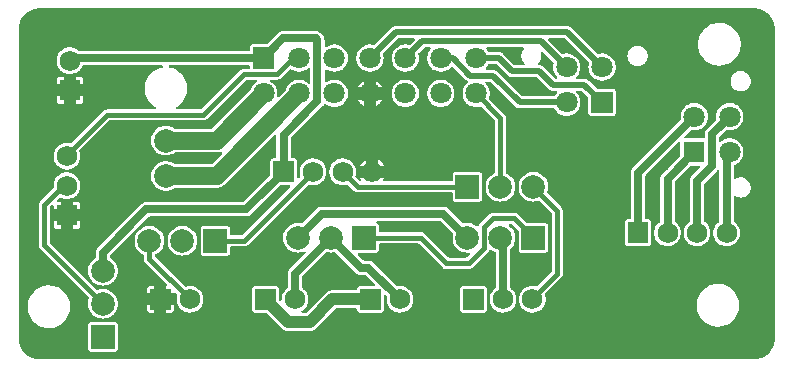
<source format=gtl>
G04 Layer: TopLayer*
G04 EasyEDA v6.4.14, 2021-01-31T15:52:51+00:00*
G04 53acab47483b404e891b66caa61737d9,c23c5ad5fcdd482d9714491510f6a4f3,10*
G04 Gerber Generator version 0.2*
G04 Scale: 100 percent, Rotated: No, Reflected: No *
G04 Dimensions in millimeters *
G04 leading zeros omitted , absolute positions ,4 integer and 5 decimal *
%FSLAX45Y45*%
%MOMM*%

%ADD11C,0.7000*%
%ADD12C,0.4000*%
%ADD13C,0.4500*%
%ADD14C,1.0000*%
%ADD15C,1.5000*%
%ADD16C,0.5000*%
%ADD17C,0.6096*%
%ADD18C,2.0000*%
%ADD19C,1.8000*%
%ADD20R,1.8000X1.8000*%
%ADD21R,1.7500X1.7500*%
%ADD22C,1.7500*%
%ADD23R,2.0000X2.0000*%

%LPD*%
G36*
X200355Y23063D02*
G01*
X182422Y24028D01*
X165506Y26568D01*
X148945Y30784D01*
X132842Y36576D01*
X117398Y43942D01*
X102768Y52781D01*
X89052Y62991D01*
X76403Y74523D01*
X64973Y87223D01*
X54813Y100990D01*
X46075Y115671D01*
X38760Y131165D01*
X33070Y147269D01*
X28956Y163880D01*
X26517Y180797D01*
X25654Y198272D01*
X25654Y2819146D01*
X26619Y2837586D01*
X29159Y2854502D01*
X33375Y2871063D01*
X39166Y2887167D01*
X46532Y2902610D01*
X55372Y2917240D01*
X65582Y2930956D01*
X77114Y2943606D01*
X89814Y2955036D01*
X103581Y2965196D01*
X118262Y2973933D01*
X133756Y2981248D01*
X149860Y2986938D01*
X166471Y2991053D01*
X183388Y2993491D01*
X200863Y2994355D01*
X6249162Y2994355D01*
X6267602Y2993390D01*
X6284468Y2990850D01*
X6301079Y2986633D01*
X6317183Y2980842D01*
X6332575Y2973476D01*
X6347256Y2964637D01*
X6360972Y2954426D01*
X6373571Y2942894D01*
X6385052Y2930194D01*
X6395212Y2916428D01*
X6403949Y2901746D01*
X6411214Y2886252D01*
X6416954Y2870149D01*
X6421018Y2853537D01*
X6423507Y2836621D01*
X6424371Y2819146D01*
X6424371Y198272D01*
X6423406Y179832D01*
X6420866Y162915D01*
X6416649Y146354D01*
X6410858Y130251D01*
X6403492Y114808D01*
X6394653Y100177D01*
X6384391Y86461D01*
X6372910Y73812D01*
X6360160Y62382D01*
X6346393Y52222D01*
X6331712Y43484D01*
X6316218Y36169D01*
X6300114Y30480D01*
X6283502Y26365D01*
X6266586Y23926D01*
X6249162Y23063D01*
G37*

%LPC*%
G36*
X637184Y87630D02*
G01*
X836015Y87630D01*
X842314Y88341D01*
X847699Y90271D01*
X852576Y93319D01*
X856589Y97332D01*
X859637Y102209D01*
X861568Y107594D01*
X862279Y113893D01*
X862279Y312724D01*
X861568Y319024D01*
X859637Y324408D01*
X856589Y329285D01*
X852576Y333298D01*
X847699Y336346D01*
X842314Y338277D01*
X836015Y338937D01*
X637184Y338937D01*
X630885Y338277D01*
X625500Y336346D01*
X620623Y333298D01*
X616610Y329285D01*
X613562Y324408D01*
X611632Y319024D01*
X610971Y312724D01*
X610971Y113893D01*
X611632Y107594D01*
X613562Y102209D01*
X616610Y97332D01*
X620623Y93319D01*
X625500Y90271D01*
X630885Y88341D01*
G37*
G36*
X284073Y286715D02*
G01*
X302615Y288137D01*
X320903Y291490D01*
X338734Y296672D01*
X355955Y303682D01*
X372414Y312420D01*
X387807Y322834D01*
X402082Y334721D01*
X415086Y348081D01*
X426618Y362661D01*
X436626Y378358D01*
X444906Y394970D01*
X451510Y412394D01*
X456234Y430377D01*
X459079Y448716D01*
X460044Y467309D01*
X459079Y485901D01*
X456234Y504240D01*
X451510Y522224D01*
X444906Y539648D01*
X436626Y556260D01*
X426618Y571957D01*
X415086Y586536D01*
X402082Y599897D01*
X387807Y611784D01*
X372414Y622198D01*
X355955Y630936D01*
X338734Y637946D01*
X320903Y643128D01*
X302615Y646430D01*
X284073Y647903D01*
X265480Y647395D01*
X246989Y645007D01*
X228904Y640740D01*
X211328Y634644D01*
X194513Y626770D01*
X178562Y617169D01*
X163677Y606044D01*
X150012Y593394D01*
X137769Y579424D01*
X127000Y564235D01*
X117805Y548081D01*
X110388Y531012D01*
X104698Y513334D01*
X100888Y495096D01*
X99009Y476605D01*
X99009Y458012D01*
X100888Y439521D01*
X104698Y421284D01*
X110388Y403606D01*
X117805Y386537D01*
X127000Y370382D01*
X137769Y355193D01*
X150012Y341223D01*
X163677Y328574D01*
X178562Y317449D01*
X194513Y307848D01*
X211328Y299974D01*
X228904Y293878D01*
X246989Y289610D01*
X265480Y287223D01*
G37*
G36*
X5948273Y299415D02*
G01*
X5966815Y300837D01*
X5985103Y304190D01*
X6002934Y309372D01*
X6020155Y316382D01*
X6036614Y325120D01*
X6052007Y335534D01*
X6066282Y347421D01*
X6079286Y360781D01*
X6090818Y375361D01*
X6100826Y391058D01*
X6109106Y407670D01*
X6115710Y425094D01*
X6120434Y443077D01*
X6123279Y461416D01*
X6124244Y480009D01*
X6123279Y498601D01*
X6120434Y516940D01*
X6115710Y534924D01*
X6109106Y552348D01*
X6100826Y568960D01*
X6090818Y584657D01*
X6079286Y599236D01*
X6066282Y612597D01*
X6052007Y624484D01*
X6036614Y634898D01*
X6020155Y643636D01*
X6002934Y650646D01*
X5985103Y655828D01*
X5966815Y659130D01*
X5948273Y660603D01*
X5929680Y660095D01*
X5911189Y657707D01*
X5893104Y653440D01*
X5875528Y647344D01*
X5858713Y639470D01*
X5842762Y629869D01*
X5827877Y618744D01*
X5814212Y606094D01*
X5801969Y592124D01*
X5791200Y576935D01*
X5782005Y560781D01*
X5774588Y543712D01*
X5768898Y526034D01*
X5765088Y507796D01*
X5763209Y489305D01*
X5763209Y470712D01*
X5765088Y452221D01*
X5768898Y433984D01*
X5774588Y416306D01*
X5782005Y399237D01*
X5791200Y383082D01*
X5801969Y367893D01*
X5814212Y353923D01*
X5827877Y341274D01*
X5842762Y330149D01*
X5858713Y320548D01*
X5875528Y312674D01*
X5893104Y306578D01*
X5911189Y302310D01*
X5929680Y299923D01*
G37*
G36*
X736600Y367080D02*
G01*
X751738Y367995D01*
X766673Y370738D01*
X781151Y375259D01*
X794969Y381457D01*
X807974Y389331D01*
X819912Y398678D01*
X830630Y409397D01*
X839978Y421335D01*
X847852Y434340D01*
X854049Y448157D01*
X858570Y462635D01*
X861314Y477570D01*
X862228Y492709D01*
X861314Y507847D01*
X858570Y522782D01*
X854049Y537260D01*
X847852Y551078D01*
X839978Y564083D01*
X830630Y576021D01*
X819912Y586740D01*
X807974Y596087D01*
X794969Y603961D01*
X781151Y610158D01*
X766673Y614680D01*
X751738Y617423D01*
X736600Y618337D01*
X721461Y617423D01*
X706526Y614680D01*
X691540Y610006D01*
X687882Y609600D01*
X684326Y610463D01*
X681329Y612546D01*
X289915Y1003960D01*
X287731Y1007262D01*
X286969Y1011123D01*
X286969Y1307795D01*
X287731Y1311656D01*
X289915Y1314958D01*
X301294Y1326337D01*
X304596Y1328572D01*
X308508Y1329334D01*
X312369Y1328572D01*
X315671Y1326337D01*
X317855Y1323035D01*
X318668Y1319174D01*
X318668Y1292098D01*
X381711Y1292098D01*
X381711Y1355140D01*
X354634Y1355140D01*
X350774Y1355953D01*
X347472Y1358138D01*
X345236Y1361440D01*
X344474Y1365300D01*
X345236Y1369212D01*
X347472Y1372514D01*
X365963Y1391005D01*
X369620Y1393342D01*
X373938Y1393952D01*
X378104Y1392682D01*
X382727Y1390091D01*
X396138Y1384655D01*
X410159Y1380998D01*
X424535Y1379118D01*
X439064Y1379118D01*
X453440Y1380998D01*
X467461Y1384655D01*
X480872Y1390091D01*
X493522Y1397203D01*
X505155Y1405890D01*
X515569Y1415948D01*
X524611Y1427276D01*
X532079Y1439672D01*
X537972Y1452930D01*
X542086Y1466850D01*
X544423Y1481175D01*
X544880Y1495653D01*
X543458Y1510080D01*
X540258Y1524203D01*
X535228Y1537817D01*
X528523Y1550670D01*
X520242Y1562557D01*
X510489Y1573276D01*
X499465Y1582674D01*
X487324Y1590598D01*
X474268Y1596898D01*
X460501Y1601470D01*
X446278Y1604213D01*
X431800Y1605178D01*
X417322Y1604213D01*
X403098Y1601470D01*
X389331Y1596898D01*
X376275Y1590598D01*
X364134Y1582674D01*
X353110Y1573276D01*
X343357Y1562557D01*
X335076Y1550670D01*
X328371Y1537817D01*
X323342Y1524203D01*
X320141Y1510080D01*
X318719Y1495653D01*
X319430Y1476400D01*
X318465Y1473352D01*
X316585Y1470761D01*
X207822Y1361897D01*
X202539Y1354937D01*
X198780Y1347368D01*
X196443Y1339291D01*
X195630Y1330452D01*
X195681Y986231D01*
X196900Y977544D01*
X199593Y969568D01*
X203657Y962253D01*
X209346Y955395D01*
X616762Y547979D01*
X618845Y544982D01*
X619709Y541426D01*
X619302Y537768D01*
X614629Y522782D01*
X611886Y507847D01*
X610971Y492709D01*
X611886Y477570D01*
X614629Y462635D01*
X619150Y448157D01*
X625348Y434340D01*
X633222Y421335D01*
X642569Y409397D01*
X653288Y398678D01*
X665226Y389331D01*
X678230Y381457D01*
X692048Y375259D01*
X706526Y370738D01*
X721461Y367995D01*
G37*
G36*
X5960973Y2509215D02*
G01*
X5979515Y2510637D01*
X5997803Y2513990D01*
X6015634Y2519172D01*
X6032855Y2526182D01*
X6049314Y2534920D01*
X6064707Y2545334D01*
X6078982Y2557221D01*
X6091986Y2570581D01*
X6103518Y2585161D01*
X6113526Y2600858D01*
X6121806Y2617470D01*
X6128410Y2634894D01*
X6133134Y2652877D01*
X6135979Y2671216D01*
X6136944Y2689809D01*
X6135979Y2708402D01*
X6133134Y2726740D01*
X6128410Y2744724D01*
X6121806Y2762148D01*
X6113526Y2778760D01*
X6103518Y2794457D01*
X6091986Y2809036D01*
X6078982Y2822397D01*
X6064707Y2834284D01*
X6049314Y2844698D01*
X6032855Y2853436D01*
X6015634Y2860446D01*
X5997803Y2865628D01*
X5979515Y2868930D01*
X5960973Y2870403D01*
X5942380Y2869895D01*
X5923889Y2867507D01*
X5905804Y2863240D01*
X5888228Y2857144D01*
X5871413Y2849270D01*
X5855462Y2839669D01*
X5840577Y2828544D01*
X5826912Y2815894D01*
X5814669Y2801924D01*
X5803900Y2786735D01*
X5794705Y2770581D01*
X5787288Y2753512D01*
X5781598Y2735834D01*
X5777788Y2717596D01*
X5775909Y2699105D01*
X5775909Y2680512D01*
X5777788Y2662021D01*
X5781598Y2643784D01*
X5787288Y2626106D01*
X5794705Y2609037D01*
X5803900Y2592882D01*
X5814669Y2577693D01*
X5826912Y2563723D01*
X5840577Y2551074D01*
X5855462Y2539949D01*
X5871413Y2530348D01*
X5888228Y2522474D01*
X5905804Y2516378D01*
X5923889Y2512110D01*
X5942380Y2509723D01*
G37*
G36*
X1136243Y417677D02*
G01*
X1173073Y417677D01*
X1173073Y480720D01*
X1110030Y480720D01*
X1110030Y443890D01*
X1110742Y437591D01*
X1112621Y432206D01*
X1115669Y427329D01*
X1119733Y423316D01*
X1124610Y420268D01*
X1129995Y418338D01*
G37*
G36*
X1273302Y417677D02*
G01*
X1310132Y417677D01*
X1316380Y418338D01*
X1321765Y420268D01*
X1326642Y423316D01*
X1330706Y427329D01*
X1333754Y432206D01*
X1335633Y437591D01*
X1336344Y443890D01*
X1336344Y480720D01*
X1273302Y480720D01*
G37*
G36*
X3786581Y417677D02*
G01*
X3960418Y417677D01*
X3966718Y418338D01*
X3972102Y420268D01*
X3976979Y423316D01*
X3980992Y427329D01*
X3984040Y432206D01*
X3985971Y437591D01*
X3986631Y443890D01*
X3986631Y617728D01*
X3985971Y624027D01*
X3984040Y629412D01*
X3980992Y634238D01*
X3976979Y638302D01*
X3972102Y641350D01*
X3966718Y643280D01*
X3960418Y643940D01*
X3786581Y643940D01*
X3780332Y643280D01*
X3774897Y641350D01*
X3770071Y638302D01*
X3766007Y634238D01*
X3762959Y629412D01*
X3761028Y624027D01*
X3760368Y617728D01*
X3760368Y443890D01*
X3761028Y437591D01*
X3762959Y432206D01*
X3766007Y427329D01*
X3770071Y423316D01*
X3774897Y420268D01*
X3780332Y418338D01*
G37*
G36*
X1476806Y417728D02*
G01*
X1491234Y419150D01*
X1505407Y422351D01*
X1518970Y427380D01*
X1531823Y434085D01*
X1543761Y442366D01*
X1554480Y452120D01*
X1563878Y463143D01*
X1571752Y475284D01*
X1578051Y488340D01*
X1582623Y502107D01*
X1585417Y516331D01*
X1586331Y530809D01*
X1585417Y545287D01*
X1582623Y559511D01*
X1578051Y573278D01*
X1571752Y586333D01*
X1563878Y598474D01*
X1554480Y609498D01*
X1543761Y619252D01*
X1531823Y627532D01*
X1518970Y634238D01*
X1505407Y639267D01*
X1491234Y642467D01*
X1476806Y643890D01*
X1462328Y643432D01*
X1448003Y641096D01*
X1437944Y638098D01*
X1434388Y637743D01*
X1430883Y638606D01*
X1427886Y640689D01*
X1178915Y889609D01*
X1176731Y892911D01*
X1175969Y896823D01*
X1175969Y902563D01*
X1176680Y906373D01*
X1178763Y909624D01*
X1181963Y911809D01*
X1188669Y914857D01*
X1201674Y922731D01*
X1213612Y932078D01*
X1224330Y942797D01*
X1233678Y954735D01*
X1241552Y967740D01*
X1247749Y981557D01*
X1252270Y996035D01*
X1255014Y1010970D01*
X1255928Y1026109D01*
X1255014Y1041247D01*
X1252270Y1056182D01*
X1247749Y1070660D01*
X1241552Y1084478D01*
X1233678Y1097483D01*
X1224330Y1109421D01*
X1213612Y1120140D01*
X1201674Y1129487D01*
X1188669Y1137361D01*
X1174851Y1143558D01*
X1160373Y1148080D01*
X1145438Y1150823D01*
X1130300Y1151737D01*
X1115161Y1150823D01*
X1100226Y1148080D01*
X1085748Y1143558D01*
X1071930Y1137361D01*
X1058926Y1129487D01*
X1046987Y1120140D01*
X1036269Y1109421D01*
X1026921Y1097483D01*
X1019048Y1084478D01*
X1012850Y1070660D01*
X1008329Y1056182D01*
X1005586Y1041247D01*
X1004671Y1026109D01*
X1005586Y1010970D01*
X1008329Y996035D01*
X1012850Y981557D01*
X1019048Y967740D01*
X1026921Y954735D01*
X1036269Y942797D01*
X1046987Y932078D01*
X1058926Y922731D01*
X1071930Y914857D01*
X1078636Y911809D01*
X1081836Y909624D01*
X1083919Y906373D01*
X1084630Y902563D01*
X1084681Y871931D01*
X1085900Y863244D01*
X1088593Y855268D01*
X1092657Y847902D01*
X1098346Y841095D01*
X1278128Y661314D01*
X1280464Y657707D01*
X1281074Y653491D01*
X1279906Y649376D01*
X1277162Y646074D01*
X1273302Y644245D01*
X1273302Y580898D01*
X1336598Y580898D01*
X1338478Y584758D01*
X1341729Y587552D01*
X1345844Y588721D01*
X1350111Y588060D01*
X1353667Y585724D01*
X1363218Y576224D01*
X1365199Y573379D01*
X1366113Y569976D01*
X1365859Y566470D01*
X1362151Y552450D01*
X1360322Y538073D01*
X1360322Y523544D01*
X1362151Y509168D01*
X1365808Y495147D01*
X1371295Y481736D01*
X1378407Y469087D01*
X1387043Y457454D01*
X1397152Y447040D01*
X1408480Y437997D01*
X1420876Y430530D01*
X1434134Y424637D01*
X1448003Y420522D01*
X1462328Y418185D01*
G37*
G36*
X4377131Y417728D02*
G01*
X4391558Y419150D01*
X4405680Y422351D01*
X4419295Y427380D01*
X4432147Y434085D01*
X4444034Y442366D01*
X4454753Y452120D01*
X4464151Y463143D01*
X4472076Y475284D01*
X4478375Y488340D01*
X4482947Y502107D01*
X4485690Y516331D01*
X4486656Y530809D01*
X4485690Y545287D01*
X4482947Y559511D01*
X4479696Y569214D01*
X4479188Y572922D01*
X4480052Y576529D01*
X4482185Y579628D01*
X4618177Y715721D01*
X4623460Y722680D01*
X4627219Y730250D01*
X4629556Y738327D01*
X4630369Y747166D01*
X4630318Y1281887D01*
X4629099Y1290574D01*
X4626406Y1298549D01*
X4622342Y1305864D01*
X4616653Y1312722D01*
X4501337Y1428038D01*
X4499254Y1431036D01*
X4498390Y1434592D01*
X4498797Y1438249D01*
X4503470Y1453235D01*
X4506214Y1468170D01*
X4507128Y1483309D01*
X4506214Y1498447D01*
X4503470Y1513382D01*
X4498949Y1527860D01*
X4492752Y1541678D01*
X4484878Y1554683D01*
X4475530Y1566621D01*
X4464812Y1577340D01*
X4452874Y1586687D01*
X4439869Y1594561D01*
X4426051Y1600758D01*
X4411573Y1605280D01*
X4396638Y1608023D01*
X4381500Y1608937D01*
X4366361Y1608023D01*
X4351426Y1605280D01*
X4336948Y1600758D01*
X4323130Y1594561D01*
X4310126Y1586687D01*
X4298188Y1577340D01*
X4287469Y1566621D01*
X4278122Y1554683D01*
X4270248Y1541678D01*
X4264050Y1527860D01*
X4259529Y1513382D01*
X4256786Y1498447D01*
X4255871Y1483309D01*
X4256786Y1468170D01*
X4259529Y1453235D01*
X4264050Y1438757D01*
X4270248Y1424940D01*
X4278122Y1411935D01*
X4287469Y1399997D01*
X4298188Y1389278D01*
X4310126Y1379931D01*
X4323130Y1372057D01*
X4336948Y1365859D01*
X4351426Y1361338D01*
X4366361Y1358595D01*
X4381500Y1357680D01*
X4396638Y1358595D01*
X4411573Y1361338D01*
X4426559Y1366012D01*
X4430217Y1366418D01*
X4433773Y1365554D01*
X4436770Y1363472D01*
X4536084Y1264158D01*
X4538268Y1260856D01*
X4539030Y1256995D01*
X4539030Y769823D01*
X4538268Y765962D01*
X4536084Y762660D01*
X4415383Y641959D01*
X4412589Y639978D01*
X4409338Y639013D01*
X4405934Y639216D01*
X4391558Y642467D01*
X4377131Y643890D01*
X4362653Y643432D01*
X4348327Y641096D01*
X4334408Y636981D01*
X4321149Y631088D01*
X4308754Y623620D01*
X4297426Y614578D01*
X4287367Y604164D01*
X4278680Y592531D01*
X4271568Y579882D01*
X4266133Y566470D01*
X4262475Y552450D01*
X4260596Y538073D01*
X4260596Y523544D01*
X4262475Y509168D01*
X4266133Y495147D01*
X4271568Y481736D01*
X4278680Y469087D01*
X4287367Y457454D01*
X4297426Y447040D01*
X4308754Y437997D01*
X4321149Y430530D01*
X4334408Y424637D01*
X4348327Y420522D01*
X4362653Y418185D01*
G37*
G36*
X1110030Y580898D02*
G01*
X1173073Y580898D01*
X1173073Y643940D01*
X1136243Y643940D01*
X1129995Y643280D01*
X1124610Y641350D01*
X1119733Y638302D01*
X1115669Y634238D01*
X1112621Y629412D01*
X1110742Y624027D01*
X1110030Y617728D01*
G37*
G36*
X736600Y646480D02*
G01*
X751738Y647395D01*
X766673Y650138D01*
X781151Y654659D01*
X794969Y660857D01*
X807974Y668731D01*
X819912Y678078D01*
X830630Y688797D01*
X839978Y700735D01*
X847852Y713740D01*
X854049Y727557D01*
X858570Y742035D01*
X861314Y756970D01*
X862228Y772109D01*
X861314Y787247D01*
X858570Y802182D01*
X854049Y816660D01*
X847852Y830478D01*
X839978Y843483D01*
X830630Y855421D01*
X819912Y866140D01*
X807974Y875487D01*
X802182Y879043D01*
X799541Y881278D01*
X797864Y884326D01*
X797255Y887730D01*
X797255Y895197D01*
X798017Y899058D01*
X800252Y902360D01*
X1127048Y1229156D01*
X1130350Y1231392D01*
X1134211Y1232154D01*
X1948891Y1232154D01*
X1956917Y1232662D01*
X1966722Y1234744D01*
X1968703Y1235354D01*
X1976018Y1238402D01*
X1977898Y1239367D01*
X1986280Y1244803D01*
X1992325Y1250137D01*
X2236368Y1494180D01*
X2239619Y1496364D01*
X2243531Y1497177D01*
X2314346Y1497177D01*
X2318258Y1496364D01*
X2321560Y1494180D01*
X2323744Y1490878D01*
X2324506Y1487017D01*
X2323744Y1483106D01*
X2321560Y1479804D01*
X1916480Y1074724D01*
X1913178Y1072540D01*
X1909267Y1071778D01*
X1824888Y1071778D01*
X1821027Y1072540D01*
X1817725Y1074724D01*
X1815541Y1078026D01*
X1814779Y1081938D01*
X1814779Y1125524D01*
X1814068Y1131824D01*
X1812137Y1137208D01*
X1809089Y1142085D01*
X1805076Y1146098D01*
X1800199Y1149146D01*
X1794814Y1151077D01*
X1788515Y1151737D01*
X1589684Y1151737D01*
X1583385Y1151077D01*
X1578000Y1149146D01*
X1573123Y1146098D01*
X1569110Y1142085D01*
X1566062Y1137208D01*
X1564132Y1131824D01*
X1563471Y1125524D01*
X1563471Y926693D01*
X1564132Y920394D01*
X1566062Y915009D01*
X1569110Y910132D01*
X1573123Y906119D01*
X1578000Y903071D01*
X1583385Y901141D01*
X1589684Y900430D01*
X1788515Y900430D01*
X1794814Y901141D01*
X1800199Y903071D01*
X1805076Y906119D01*
X1809089Y910132D01*
X1812137Y915009D01*
X1814068Y920394D01*
X1814779Y926693D01*
X1814779Y970280D01*
X1815541Y974191D01*
X1817725Y977493D01*
X1821027Y979678D01*
X1824888Y980440D01*
X1934159Y980490D01*
X1942846Y981710D01*
X1950821Y984402D01*
X1958187Y988466D01*
X1965045Y994156D01*
X2471267Y1500428D01*
X2474264Y1502460D01*
X2477770Y1503375D01*
X2481376Y1502968D01*
X2491333Y1500022D01*
X2505659Y1497685D01*
X2520137Y1497228D01*
X2534564Y1498650D01*
X2548737Y1501851D01*
X2562301Y1506880D01*
X2575153Y1513586D01*
X2587091Y1521866D01*
X2597810Y1531620D01*
X2607208Y1542643D01*
X2615082Y1554784D01*
X2621381Y1567840D01*
X2625953Y1581607D01*
X2628747Y1595831D01*
X2629662Y1610309D01*
X2628747Y1624787D01*
X2625953Y1639011D01*
X2621381Y1652778D01*
X2615082Y1665833D01*
X2607208Y1677974D01*
X2597810Y1688998D01*
X2587091Y1698752D01*
X2575153Y1707032D01*
X2562301Y1713738D01*
X2548737Y1718767D01*
X2534564Y1721967D01*
X2520137Y1723389D01*
X2505659Y1722932D01*
X2491333Y1720596D01*
X2477465Y1716481D01*
X2464206Y1710588D01*
X2451811Y1703120D01*
X2440482Y1694078D01*
X2430373Y1683664D01*
X2421737Y1672031D01*
X2414625Y1659382D01*
X2409139Y1645970D01*
X2405481Y1631950D01*
X2403652Y1617573D01*
X2403652Y1603044D01*
X2405481Y1588668D01*
X2409190Y1574546D01*
X2409494Y1571091D01*
X2408580Y1567688D01*
X2406548Y1564792D01*
X2397099Y1555343D01*
X2393797Y1553159D01*
X2389886Y1552397D01*
X2386025Y1553159D01*
X2382723Y1555343D01*
X2380538Y1558645D01*
X2379726Y1562557D01*
X2379726Y1697228D01*
X2379065Y1703527D01*
X2377135Y1708912D01*
X2374087Y1713738D01*
X2370074Y1717802D01*
X2365197Y1720850D01*
X2359812Y1722780D01*
X2353513Y1723440D01*
X2337409Y1723440D01*
X2333498Y1724253D01*
X2330196Y1726438D01*
X2328011Y1729739D01*
X2327249Y1733600D01*
X2327249Y1891792D01*
X2328011Y1895652D01*
X2330196Y1898954D01*
X2595372Y2164080D01*
X2600706Y2170125D01*
X2606090Y2178456D01*
X2607411Y2181148D01*
X2609697Y2184146D01*
X2612898Y2186076D01*
X2616606Y2186736D01*
X2620314Y2186025D01*
X2623515Y2183993D01*
X2635250Y2175459D01*
X2647950Y2168448D01*
X2661462Y2163114D01*
X2675534Y2159508D01*
X2689961Y2157679D01*
X2704490Y2157679D01*
X2718866Y2159508D01*
X2732938Y2163114D01*
X2746451Y2168448D01*
X2759151Y2175459D01*
X2770936Y2183993D01*
X2781503Y2193950D01*
X2790748Y2205126D01*
X2798521Y2217369D01*
X2804718Y2230526D01*
X2809189Y2244344D01*
X2811932Y2258618D01*
X2812846Y2273096D01*
X2811932Y2287574D01*
X2809189Y2301849D01*
X2804718Y2315667D01*
X2798521Y2328773D01*
X2790748Y2341067D01*
X2781503Y2352243D01*
X2770936Y2362200D01*
X2759151Y2370734D01*
X2746451Y2377694D01*
X2732938Y2383078D01*
X2718866Y2386685D01*
X2704490Y2388514D01*
X2689961Y2388514D01*
X2675534Y2386685D01*
X2661462Y2383078D01*
X2647950Y2377694D01*
X2635250Y2370734D01*
X2629509Y2366518D01*
X2625394Y2364790D01*
X2620975Y2364892D01*
X2617012Y2366924D01*
X2614320Y2370429D01*
X2613355Y2374747D01*
X2613355Y2471420D01*
X2614320Y2475738D01*
X2617012Y2479243D01*
X2620975Y2481275D01*
X2625394Y2481376D01*
X2629509Y2479649D01*
X2635250Y2475433D01*
X2647950Y2468473D01*
X2661462Y2463088D01*
X2675534Y2459482D01*
X2689961Y2457704D01*
X2704490Y2457704D01*
X2718866Y2459482D01*
X2732938Y2463088D01*
X2746451Y2468473D01*
X2759151Y2475433D01*
X2770936Y2483967D01*
X2781503Y2493924D01*
X2790748Y2505100D01*
X2798521Y2517394D01*
X2804718Y2530500D01*
X2809189Y2544318D01*
X2811932Y2558592D01*
X2812846Y2573070D01*
X2811932Y2587599D01*
X2809189Y2601823D01*
X2804718Y2615641D01*
X2798521Y2628798D01*
X2790748Y2641041D01*
X2781503Y2652268D01*
X2770936Y2662174D01*
X2759151Y2670708D01*
X2746451Y2677718D01*
X2732938Y2683052D01*
X2718866Y2686659D01*
X2704490Y2688488D01*
X2689961Y2688488D01*
X2675534Y2686659D01*
X2661462Y2683052D01*
X2647950Y2677718D01*
X2635250Y2670708D01*
X2629509Y2666542D01*
X2625394Y2664764D01*
X2620975Y2664917D01*
X2617012Y2666949D01*
X2614320Y2670403D01*
X2613355Y2674772D01*
X2613355Y2727604D01*
X2612847Y2735630D01*
X2610764Y2745435D01*
X2610154Y2747416D01*
X2607106Y2754731D01*
X2606141Y2756611D01*
X2600706Y2764993D01*
X2595372Y2771038D01*
X2583129Y2783281D01*
X2577084Y2788615D01*
X2568702Y2794050D01*
X2566822Y2795016D01*
X2559507Y2798064D01*
X2549753Y2800451D01*
X2547721Y2800756D01*
X2539695Y2801264D01*
X2264968Y2801264D01*
X2256942Y2800756D01*
X2247188Y2798673D01*
X2245156Y2798064D01*
X2237841Y2795016D01*
X2229256Y2789834D01*
X2227580Y2788615D01*
X2221534Y2783281D01*
X2130044Y2691790D01*
X2126742Y2689555D01*
X2122881Y2688793D01*
X2007870Y2688793D01*
X2001570Y2688082D01*
X1996186Y2686202D01*
X1991309Y2683154D01*
X1987296Y2679090D01*
X1984248Y2674264D01*
X1982317Y2668828D01*
X1981606Y2662580D01*
X1981606Y2643936D01*
X1980844Y2640025D01*
X1978660Y2636774D01*
X1975357Y2634538D01*
X1971446Y2633776D01*
X536803Y2633776D01*
X533298Y2634386D01*
X530250Y2636215D01*
X524865Y2640787D01*
X512724Y2648661D01*
X499668Y2654960D01*
X485901Y2659532D01*
X471678Y2662326D01*
X457200Y2663240D01*
X442722Y2662326D01*
X428498Y2659532D01*
X414731Y2654960D01*
X401675Y2648661D01*
X389534Y2640787D01*
X378510Y2631389D01*
X368757Y2620670D01*
X360476Y2608732D01*
X353771Y2595880D01*
X348742Y2582316D01*
X345541Y2568143D01*
X344119Y2553716D01*
X344576Y2539238D01*
X346913Y2524912D01*
X351028Y2511044D01*
X356920Y2497785D01*
X364388Y2485390D01*
X373430Y2474061D01*
X383844Y2463952D01*
X395478Y2455316D01*
X408127Y2448204D01*
X421538Y2442718D01*
X435559Y2439060D01*
X449935Y2437231D01*
X464464Y2437231D01*
X478840Y2439060D01*
X492861Y2442718D01*
X506272Y2448204D01*
X518922Y2455316D01*
X530555Y2463952D01*
X540969Y2474061D01*
X550011Y2485390D01*
X557479Y2497785D01*
X561340Y2506421D01*
X563524Y2509621D01*
X566826Y2511704D01*
X570636Y2512466D01*
X1236522Y2512466D01*
X1240790Y2511552D01*
X1244244Y2508910D01*
X1246276Y2505100D01*
X1246581Y2500782D01*
X1245006Y2496718D01*
X1241907Y2493670D01*
X1237640Y2492197D01*
X1219504Y2487930D01*
X1201928Y2481834D01*
X1185113Y2473960D01*
X1169162Y2464358D01*
X1154277Y2453182D01*
X1140663Y2440584D01*
X1128369Y2426614D01*
X1117600Y2411425D01*
X1108405Y2395270D01*
X1100988Y2378202D01*
X1095349Y2360523D01*
X1091539Y2342286D01*
X1089609Y2323795D01*
X1089609Y2305202D01*
X1091539Y2286711D01*
X1095349Y2268474D01*
X1100988Y2250795D01*
X1108405Y2233726D01*
X1117600Y2217572D01*
X1128369Y2202383D01*
X1140663Y2188413D01*
X1154277Y2175814D01*
X1169162Y2164638D01*
X1181150Y2157425D01*
X1184351Y2154428D01*
X1185926Y2150364D01*
X1185722Y2145995D01*
X1183690Y2142134D01*
X1180185Y2139492D01*
X1175918Y2138578D01*
X768248Y2138527D01*
X759561Y2137308D01*
X751586Y2134616D01*
X744220Y2130552D01*
X737362Y2124862D01*
X467207Y1854707D01*
X464566Y1852777D01*
X461416Y1851812D01*
X458114Y1851914D01*
X446278Y1854200D01*
X431800Y1855165D01*
X417322Y1854200D01*
X403098Y1851456D01*
X389331Y1846884D01*
X376275Y1840585D01*
X364134Y1832660D01*
X353110Y1823262D01*
X343357Y1812543D01*
X335076Y1800656D01*
X328371Y1787804D01*
X323342Y1774189D01*
X320141Y1760067D01*
X318719Y1745640D01*
X319176Y1731162D01*
X321513Y1716836D01*
X325628Y1702917D01*
X331520Y1689658D01*
X338988Y1677263D01*
X348030Y1665935D01*
X358444Y1655876D01*
X370078Y1647189D01*
X382727Y1640078D01*
X396138Y1634642D01*
X410159Y1630984D01*
X424535Y1629105D01*
X439064Y1629105D01*
X453440Y1630984D01*
X467461Y1634642D01*
X480872Y1640078D01*
X493522Y1647189D01*
X505155Y1655876D01*
X515569Y1665935D01*
X524611Y1677263D01*
X532079Y1689658D01*
X537972Y1702917D01*
X542086Y1716836D01*
X544423Y1731162D01*
X544880Y1745640D01*
X543458Y1760067D01*
X540258Y1774189D01*
X535940Y1785924D01*
X535330Y1789734D01*
X536143Y1793443D01*
X538276Y1796643D01*
X785926Y2044293D01*
X789228Y2046478D01*
X793140Y2047239D01*
X1589278Y2047290D01*
X1597964Y2048510D01*
X1605940Y2051202D01*
X1613255Y2055266D01*
X1620113Y2060956D01*
X1946351Y2387193D01*
X1949653Y2389378D01*
X1953514Y2390140D01*
X2031034Y2390140D01*
X2035352Y2389174D01*
X2038857Y2386482D01*
X2040889Y2382520D01*
X2040991Y2378100D01*
X2039264Y2374036D01*
X2035251Y2370734D01*
X2023516Y2362200D01*
X2012899Y2352243D01*
X2003653Y2341067D01*
X1995881Y2328773D01*
X1989683Y2315667D01*
X1986737Y2306523D01*
X1985721Y2304338D01*
X1984248Y2302459D01*
X1659991Y1978202D01*
X1656689Y1976018D01*
X1652828Y1975256D01*
X1348384Y1975256D01*
X1345082Y1975815D01*
X1328369Y1985873D01*
X1314551Y1992071D01*
X1300073Y1996592D01*
X1285138Y1999335D01*
X1270000Y2000250D01*
X1254861Y1999335D01*
X1239926Y1996592D01*
X1225448Y1992071D01*
X1211630Y1985873D01*
X1198626Y1977999D01*
X1186688Y1968652D01*
X1175969Y1957933D01*
X1166622Y1945995D01*
X1158748Y1932990D01*
X1152550Y1919173D01*
X1148029Y1904695D01*
X1145286Y1889760D01*
X1144371Y1874621D01*
X1145286Y1859483D01*
X1148029Y1844548D01*
X1152550Y1830070D01*
X1158748Y1816201D01*
X1166622Y1803247D01*
X1175969Y1791309D01*
X1186688Y1780590D01*
X1198626Y1771192D01*
X1211630Y1763369D01*
X1225448Y1757121D01*
X1239926Y1752600D01*
X1254861Y1749907D01*
X1270000Y1748993D01*
X1285138Y1749907D01*
X1300073Y1752600D01*
X1314551Y1757121D01*
X1328369Y1763369D01*
X1345031Y1773377D01*
X1348333Y1773936D01*
X1698396Y1773936D01*
X1711858Y1774799D01*
X1724761Y1777390D01*
X1735582Y1781048D01*
X1740052Y1781556D01*
X1744319Y1780032D01*
X1747469Y1776831D01*
X1748942Y1772564D01*
X1748434Y1768093D01*
X1746046Y1764284D01*
X1659991Y1678228D01*
X1656689Y1676044D01*
X1652828Y1675231D01*
X1348384Y1675231D01*
X1345082Y1675790D01*
X1328369Y1685848D01*
X1314551Y1692097D01*
X1300073Y1696618D01*
X1285138Y1699310D01*
X1270000Y1700225D01*
X1254861Y1699310D01*
X1239926Y1696618D01*
X1225448Y1692097D01*
X1211630Y1685848D01*
X1198626Y1678025D01*
X1186688Y1668627D01*
X1175969Y1657908D01*
X1166622Y1645970D01*
X1158748Y1633016D01*
X1152550Y1619148D01*
X1148029Y1604670D01*
X1145286Y1589735D01*
X1144371Y1574596D01*
X1145286Y1559458D01*
X1148029Y1544523D01*
X1152550Y1530045D01*
X1158748Y1516227D01*
X1166622Y1503222D01*
X1175969Y1491284D01*
X1186688Y1480566D01*
X1198626Y1471218D01*
X1211630Y1463344D01*
X1225448Y1457147D01*
X1239926Y1452626D01*
X1254861Y1449882D01*
X1270000Y1448968D01*
X1285138Y1449882D01*
X1300073Y1452626D01*
X1314551Y1457147D01*
X1328369Y1463344D01*
X1345031Y1473403D01*
X1348333Y1473962D01*
X1698396Y1473962D01*
X1711858Y1474825D01*
X1724761Y1477416D01*
X1737258Y1481632D01*
X1749043Y1487424D01*
X1759966Y1494739D01*
X1770125Y1503680D01*
X2188616Y1922119D01*
X2191867Y1924304D01*
X2195779Y1925116D01*
X2199640Y1924304D01*
X2202942Y1922119D01*
X2205177Y1918817D01*
X2205939Y1914956D01*
X2205939Y1733600D01*
X2205177Y1729739D01*
X2202942Y1726438D01*
X2199640Y1724253D01*
X2195779Y1723440D01*
X2179675Y1723440D01*
X2173376Y1722780D01*
X2167991Y1720850D01*
X2163114Y1717802D01*
X2159101Y1713738D01*
X2156053Y1708912D01*
X2154123Y1703527D01*
X2153462Y1697228D01*
X2153462Y1587042D01*
X2152650Y1583131D01*
X2150465Y1579880D01*
X1927047Y1356461D01*
X1923745Y1354226D01*
X1919884Y1353464D01*
X1105204Y1353464D01*
X1097178Y1352956D01*
X1087374Y1350873D01*
X1085392Y1350264D01*
X1078077Y1347216D01*
X1076198Y1346250D01*
X1067816Y1340815D01*
X1061770Y1335481D01*
X693928Y967638D01*
X688594Y961593D01*
X683158Y953211D01*
X682193Y951331D01*
X679145Y944016D01*
X676757Y934262D01*
X676452Y932230D01*
X675944Y924204D01*
X675944Y887730D01*
X675335Y884326D01*
X673658Y881278D01*
X671017Y879043D01*
X665226Y875487D01*
X653288Y866140D01*
X642569Y855421D01*
X633222Y843483D01*
X625348Y830478D01*
X619150Y816660D01*
X614629Y802182D01*
X611886Y787247D01*
X610971Y772109D01*
X611886Y756970D01*
X614629Y742035D01*
X619150Y727557D01*
X625348Y713740D01*
X633222Y700735D01*
X642569Y688797D01*
X653288Y678078D01*
X665226Y668731D01*
X678230Y660857D01*
X692048Y654659D01*
X706526Y650138D01*
X721461Y647395D01*
G37*
G36*
X5263337Y2505252D02*
G01*
X5275478Y2506167D01*
X5287416Y2508758D01*
X5298897Y2513025D01*
X5309616Y2518867D01*
X5319369Y2526182D01*
X5328005Y2534818D01*
X5335371Y2544622D01*
X5341213Y2555341D01*
X5345480Y2566771D01*
X5348071Y2578709D01*
X5348935Y2590901D01*
X5348071Y2603093D01*
X5345480Y2615031D01*
X5341213Y2626461D01*
X5335371Y2637180D01*
X5328005Y2646984D01*
X5319369Y2655620D01*
X5309616Y2662936D01*
X5298897Y2668778D01*
X5287416Y2673045D01*
X5275478Y2675636D01*
X5263337Y2676550D01*
X5251145Y2675636D01*
X5239207Y2673045D01*
X5227726Y2668778D01*
X5217007Y2662936D01*
X5207254Y2655620D01*
X5198618Y2646984D01*
X5191252Y2637180D01*
X5185410Y2626461D01*
X5181142Y2615031D01*
X5178552Y2603093D01*
X5177688Y2590901D01*
X5178552Y2578709D01*
X5181142Y2566771D01*
X5185410Y2555341D01*
X5191252Y2544622D01*
X5198618Y2534818D01*
X5207254Y2526182D01*
X5217007Y2518867D01*
X5227726Y2513025D01*
X5239207Y2508758D01*
X5251145Y2506167D01*
G37*
G36*
X1409700Y900480D02*
G01*
X1424838Y901395D01*
X1439773Y904138D01*
X1454251Y908659D01*
X1468069Y914857D01*
X1481074Y922731D01*
X1493012Y932078D01*
X1503730Y942797D01*
X1513078Y954735D01*
X1520952Y967740D01*
X1527149Y981557D01*
X1531670Y996035D01*
X1534414Y1010970D01*
X1535328Y1026109D01*
X1534414Y1041247D01*
X1531670Y1056182D01*
X1527149Y1070660D01*
X1520952Y1084478D01*
X1513078Y1097483D01*
X1503730Y1109421D01*
X1493012Y1120140D01*
X1481074Y1129487D01*
X1468069Y1137361D01*
X1454251Y1143558D01*
X1439773Y1148080D01*
X1424838Y1150823D01*
X1409700Y1151737D01*
X1394561Y1150823D01*
X1379626Y1148080D01*
X1365148Y1143558D01*
X1351330Y1137361D01*
X1338326Y1129487D01*
X1326388Y1120140D01*
X1315669Y1109421D01*
X1306322Y1097483D01*
X1298448Y1084478D01*
X1292250Y1070660D01*
X1287729Y1056182D01*
X1284986Y1041247D01*
X1284071Y1026109D01*
X1284986Y1010970D01*
X1287729Y996035D01*
X1292250Y981557D01*
X1298448Y967740D01*
X1306322Y954735D01*
X1315669Y942797D01*
X1326388Y932078D01*
X1338326Y922731D01*
X1351330Y914857D01*
X1365148Y908659D01*
X1379626Y904138D01*
X1394561Y901395D01*
G37*
G36*
X5180380Y980541D02*
G01*
X5354218Y980541D01*
X5360466Y981252D01*
X5365902Y983132D01*
X5370728Y986180D01*
X5374792Y990244D01*
X5377840Y995070D01*
X5379720Y1000506D01*
X5380431Y1006754D01*
X5380431Y1180592D01*
X5379720Y1186891D01*
X5377840Y1192276D01*
X5374792Y1197152D01*
X5370728Y1201166D01*
X5365902Y1204214D01*
X5360466Y1206144D01*
X5354218Y1206855D01*
X5338114Y1206855D01*
X5334203Y1207617D01*
X5330952Y1209802D01*
X5328716Y1213104D01*
X5327954Y1217015D01*
X5327954Y1572971D01*
X5328716Y1576882D01*
X5330952Y1580184D01*
X5609793Y1859025D01*
X5613095Y1861210D01*
X5616956Y1862023D01*
X5620867Y1861210D01*
X5624169Y1859025D01*
X5626354Y1855724D01*
X5627116Y1851863D01*
X5627116Y1752142D01*
X5626354Y1748231D01*
X5624169Y1744929D01*
X5474665Y1595424D01*
X5469331Y1589430D01*
X5468061Y1587754D01*
X5463844Y1580997D01*
X5459882Y1571802D01*
X5459222Y1569821D01*
X5457444Y1562100D01*
X5457139Y1560017D01*
X5456631Y1551990D01*
X5456631Y1194663D01*
X5456224Y1191666D01*
X5454904Y1188923D01*
X5452821Y1186738D01*
X5441188Y1177442D01*
X5431078Y1167028D01*
X5422442Y1155395D01*
X5415280Y1142746D01*
X5409844Y1129334D01*
X5406186Y1115314D01*
X5404358Y1100937D01*
X5404358Y1086408D01*
X5406186Y1072032D01*
X5409844Y1058011D01*
X5415280Y1044600D01*
X5422442Y1031951D01*
X5431078Y1020368D01*
X5441188Y1009954D01*
X5452516Y1000912D01*
X5464911Y993394D01*
X5478170Y987501D01*
X5492038Y983386D01*
X5506364Y981049D01*
X5520842Y980592D01*
X5535269Y982014D01*
X5549442Y985215D01*
X5563006Y990244D01*
X5575858Y996950D01*
X5587746Y1005230D01*
X5598515Y1014984D01*
X5607913Y1026007D01*
X5615787Y1038148D01*
X5622086Y1051204D01*
X5626658Y1064971D01*
X5629452Y1079195D01*
X5630367Y1093673D01*
X5629452Y1108151D01*
X5626658Y1122375D01*
X5622086Y1136142D01*
X5615787Y1149197D01*
X5607913Y1161338D01*
X5598515Y1172362D01*
X5587746Y1182116D01*
X5582310Y1185926D01*
X5579973Y1188212D01*
X5578500Y1191056D01*
X5577941Y1194257D01*
X5577941Y1522984D01*
X5578754Y1526895D01*
X5580938Y1530197D01*
X5709920Y1659178D01*
X5713222Y1661363D01*
X5717133Y1662125D01*
X5783529Y1662125D01*
X5787440Y1661363D01*
X5790742Y1659178D01*
X5792927Y1655876D01*
X5793689Y1651965D01*
X5792927Y1648104D01*
X5790742Y1644802D01*
X5724652Y1578711D01*
X5718048Y1570990D01*
X5713882Y1564284D01*
X5712917Y1562404D01*
X5709208Y1553108D01*
X5707430Y1545386D01*
X5707126Y1543304D01*
X5706668Y1535277D01*
X5706668Y1194612D01*
X5706211Y1191615D01*
X5704890Y1188872D01*
X5702808Y1186688D01*
X5691225Y1177442D01*
X5681167Y1167028D01*
X5672480Y1155395D01*
X5665368Y1142746D01*
X5659932Y1129334D01*
X5656275Y1115314D01*
X5654395Y1100937D01*
X5654395Y1086408D01*
X5656275Y1072032D01*
X5659932Y1058011D01*
X5665368Y1044600D01*
X5672480Y1031951D01*
X5681167Y1020368D01*
X5691225Y1009954D01*
X5702554Y1000912D01*
X5714949Y993394D01*
X5728208Y987501D01*
X5742127Y983386D01*
X5756452Y981049D01*
X5770930Y980592D01*
X5785358Y982014D01*
X5799480Y985215D01*
X5813094Y990244D01*
X5825947Y996950D01*
X5837834Y1005230D01*
X5848553Y1014984D01*
X5857951Y1026007D01*
X5865876Y1038148D01*
X5872175Y1051204D01*
X5876747Y1064971D01*
X5879490Y1079195D01*
X5880404Y1093673D01*
X5879490Y1108151D01*
X5876747Y1122375D01*
X5872175Y1136142D01*
X5865876Y1149197D01*
X5857951Y1161338D01*
X5848553Y1172362D01*
X5837834Y1182116D01*
X5832297Y1185976D01*
X5829960Y1188262D01*
X5828487Y1191107D01*
X5827979Y1194308D01*
X5827979Y1506270D01*
X5828741Y1510131D01*
X5830925Y1513433D01*
X5935472Y1617980D01*
X5938875Y1621840D01*
X5942126Y1624330D01*
X5946089Y1625295D01*
X5950102Y1624634D01*
X5953506Y1622450D01*
X5955842Y1619097D01*
X5956655Y1615135D01*
X5956655Y1194562D01*
X5956198Y1191564D01*
X5954877Y1188821D01*
X5952845Y1186637D01*
X5941314Y1177442D01*
X5931204Y1167028D01*
X5922568Y1155395D01*
X5915406Y1142746D01*
X5909970Y1129334D01*
X5906312Y1115314D01*
X5904484Y1100937D01*
X5904484Y1086408D01*
X5906312Y1072032D01*
X5909970Y1058011D01*
X5915406Y1044600D01*
X5922568Y1031951D01*
X5931204Y1020368D01*
X5941314Y1009954D01*
X5952642Y1000912D01*
X5965037Y993394D01*
X5978296Y987501D01*
X5992164Y983386D01*
X6006490Y981049D01*
X6020968Y980592D01*
X6035395Y982014D01*
X6049568Y985215D01*
X6063132Y990244D01*
X6075984Y996950D01*
X6087872Y1005230D01*
X6098641Y1014984D01*
X6108039Y1026007D01*
X6115913Y1038148D01*
X6122212Y1051204D01*
X6126784Y1064971D01*
X6129578Y1079195D01*
X6130493Y1093673D01*
X6129578Y1108151D01*
X6126784Y1122375D01*
X6122212Y1136142D01*
X6115913Y1149197D01*
X6108039Y1161338D01*
X6098641Y1172362D01*
X6087872Y1182116D01*
X6082334Y1186027D01*
X6079998Y1188262D01*
X6078474Y1191158D01*
X6077966Y1194358D01*
X6077966Y1395476D01*
X6078829Y1399590D01*
X6081268Y1402994D01*
X6084824Y1405128D01*
X6088989Y1405636D01*
X6093002Y1404416D01*
X6101232Y1399895D01*
X6112662Y1395628D01*
X6124600Y1393037D01*
X6136792Y1392174D01*
X6148984Y1393037D01*
X6160922Y1395628D01*
X6172352Y1399895D01*
X6183071Y1405788D01*
X6192875Y1413103D01*
X6201511Y1421739D01*
X6208826Y1431493D01*
X6214668Y1442212D01*
X6218936Y1453692D01*
X6221526Y1465630D01*
X6222441Y1477822D01*
X6221526Y1490014D01*
X6218936Y1501952D01*
X6214668Y1513382D01*
X6208826Y1524101D01*
X6201511Y1533855D01*
X6192875Y1542542D01*
X6183071Y1549857D01*
X6172352Y1555699D01*
X6160922Y1559966D01*
X6148984Y1562557D01*
X6136792Y1563420D01*
X6124600Y1562557D01*
X6112662Y1559966D01*
X6101232Y1555699D01*
X6093002Y1551178D01*
X6088989Y1550009D01*
X6084824Y1550517D01*
X6081268Y1552651D01*
X6078829Y1556054D01*
X6077966Y1560118D01*
X6077966Y1660499D01*
X6078829Y1664614D01*
X6081318Y1668068D01*
X6085332Y1670304D01*
X6098489Y1676450D01*
X6110732Y1684223D01*
X6121958Y1693519D01*
X6131864Y1704086D01*
X6140399Y1715820D01*
X6147409Y1728571D01*
X6152743Y1742084D01*
X6156350Y1756105D01*
X6158179Y1770532D01*
X6158179Y1785061D01*
X6156350Y1799488D01*
X6152743Y1813509D01*
X6147409Y1827022D01*
X6140399Y1839772D01*
X6131864Y1851507D01*
X6121958Y1862074D01*
X6110732Y1871370D01*
X6098489Y1879142D01*
X6085332Y1885289D01*
X6071565Y1889810D01*
X6057290Y1892503D01*
X6042812Y1893417D01*
X6028283Y1892503D01*
X6014008Y1889810D01*
X6000242Y1885289D01*
X5987084Y1879142D01*
X5974842Y1871370D01*
X5970066Y1867458D01*
X5966764Y1865579D01*
X5962954Y1865122D01*
X5959297Y1866087D01*
X5956198Y1868322D01*
X5954166Y1871522D01*
X5953455Y1875282D01*
X5953455Y1898497D01*
X5954217Y1902358D01*
X5956452Y1905660D01*
X6012332Y1961591D01*
X6015024Y1963521D01*
X6018174Y1964486D01*
X6021425Y1964385D01*
X6028283Y1963064D01*
X6042812Y1962150D01*
X6057290Y1963064D01*
X6071565Y1965807D01*
X6085332Y1970278D01*
X6098489Y1976475D01*
X6110732Y1984248D01*
X6121958Y1993493D01*
X6131864Y2004110D01*
X6140399Y2015845D01*
X6147409Y2028545D01*
X6152743Y2042058D01*
X6156350Y2056130D01*
X6158179Y2070557D01*
X6158179Y2085035D01*
X6156350Y2099462D01*
X6152743Y2113534D01*
X6147409Y2127046D01*
X6140399Y2139746D01*
X6131864Y2151481D01*
X6121958Y2162098D01*
X6110732Y2171344D01*
X6098489Y2179116D01*
X6085332Y2185314D01*
X6071565Y2189784D01*
X6057290Y2192528D01*
X6042812Y2193442D01*
X6028283Y2192528D01*
X6014008Y2189784D01*
X6000242Y2185314D01*
X5987084Y2179116D01*
X5974842Y2171344D01*
X5963615Y2162098D01*
X5953709Y2151481D01*
X5945174Y2139746D01*
X5938164Y2127046D01*
X5932830Y2113534D01*
X5929223Y2099462D01*
X5927394Y2085035D01*
X5927394Y2070557D01*
X5929274Y2055622D01*
X5929172Y2052574D01*
X5928207Y2049627D01*
X5926378Y2047189D01*
X5850128Y1970938D01*
X5844794Y1964893D01*
X5839358Y1956511D01*
X5838393Y1954631D01*
X5834735Y1945335D01*
X5832652Y1935530D01*
X5832144Y1927504D01*
X5832144Y1903628D01*
X5831382Y1899716D01*
X5829147Y1896414D01*
X5825896Y1894230D01*
X5821984Y1893468D01*
X5668721Y1893468D01*
X5664860Y1894230D01*
X5661558Y1896414D01*
X5659374Y1899716D01*
X5658561Y1903628D01*
X5659374Y1907489D01*
X5661558Y1910791D01*
X5712358Y1961591D01*
X5715000Y1963521D01*
X5718149Y1964486D01*
X5721451Y1964385D01*
X5728309Y1963064D01*
X5742787Y1962150D01*
X5757265Y1963064D01*
X5771540Y1965807D01*
X5785358Y1970278D01*
X5798515Y1976475D01*
X5810758Y1984248D01*
X5821934Y1993493D01*
X5831890Y2004110D01*
X5840425Y2015845D01*
X5847435Y2028545D01*
X5852769Y2042058D01*
X5856376Y2056130D01*
X5858205Y2070557D01*
X5858205Y2085035D01*
X5856376Y2099462D01*
X5852769Y2113534D01*
X5847435Y2127046D01*
X5840425Y2139746D01*
X5831890Y2151481D01*
X5821934Y2162098D01*
X5810758Y2171344D01*
X5798515Y2179116D01*
X5785358Y2185314D01*
X5771540Y2189784D01*
X5757265Y2192528D01*
X5742787Y2193442D01*
X5728309Y2192528D01*
X5714034Y2189784D01*
X5700217Y2185314D01*
X5687060Y2179116D01*
X5674817Y2171344D01*
X5663641Y2162098D01*
X5653684Y2151481D01*
X5645150Y2139746D01*
X5638139Y2127046D01*
X5632805Y2113534D01*
X5629198Y2099462D01*
X5627370Y2085035D01*
X5627370Y2070557D01*
X5629249Y2055622D01*
X5629198Y2052574D01*
X5628182Y2049627D01*
X5626354Y2047189D01*
X5224627Y1645412D01*
X5219293Y1639417D01*
X5213858Y1630984D01*
X5212892Y1629156D01*
X5209844Y1621790D01*
X5207457Y1612087D01*
X5207152Y1610004D01*
X5206644Y1601978D01*
X5206644Y1217015D01*
X5205882Y1213104D01*
X5203647Y1209802D01*
X5200396Y1207617D01*
X5196484Y1206855D01*
X5180380Y1206855D01*
X5174081Y1206144D01*
X5168696Y1204214D01*
X5163820Y1201166D01*
X5159806Y1197152D01*
X5156758Y1192276D01*
X5154828Y1186891D01*
X5154168Y1180592D01*
X5154168Y1006754D01*
X5154828Y1000506D01*
X5156758Y995070D01*
X5159806Y990244D01*
X5163820Y986180D01*
X5168696Y983132D01*
X5174081Y981252D01*
G37*
G36*
X344881Y1128877D02*
G01*
X381711Y1128877D01*
X381711Y1191920D01*
X318668Y1191920D01*
X318668Y1155090D01*
X319328Y1148842D01*
X321259Y1143406D01*
X324307Y1138580D01*
X328320Y1134516D01*
X333197Y1131468D01*
X338582Y1129538D01*
G37*
G36*
X481888Y1128877D02*
G01*
X518718Y1128877D01*
X525018Y1129538D01*
X530402Y1131468D01*
X535279Y1134516D01*
X539292Y1138580D01*
X542340Y1143406D01*
X544271Y1148842D01*
X544931Y1155090D01*
X544931Y1191920D01*
X481888Y1191920D01*
G37*
G36*
X481888Y1292098D02*
G01*
X544931Y1292098D01*
X544931Y1328928D01*
X544271Y1335227D01*
X542340Y1340612D01*
X539292Y1345488D01*
X535279Y1349502D01*
X530402Y1352550D01*
X525018Y1354480D01*
X518718Y1355140D01*
X481888Y1355140D01*
G37*
G36*
X3723284Y1357630D02*
G01*
X3922115Y1357630D01*
X3928414Y1358341D01*
X3933799Y1360271D01*
X3938676Y1363319D01*
X3942689Y1367332D01*
X3945737Y1372209D01*
X3947668Y1377594D01*
X3948379Y1383893D01*
X3948379Y1582724D01*
X3947668Y1589024D01*
X3945737Y1594408D01*
X3942689Y1599285D01*
X3938676Y1603298D01*
X3933799Y1606346D01*
X3928414Y1608277D01*
X3922115Y1608937D01*
X3723284Y1608937D01*
X3716985Y1608277D01*
X3711600Y1606346D01*
X3706723Y1603298D01*
X3702710Y1599285D01*
X3699662Y1594408D01*
X3697732Y1589024D01*
X3697071Y1582724D01*
X3697071Y1539138D01*
X3696258Y1535226D01*
X3694074Y1531924D01*
X3690772Y1529740D01*
X3686911Y1528978D01*
X3117138Y1528978D01*
X3112922Y1529892D01*
X3109468Y1532483D01*
X3107385Y1536293D01*
X3107080Y1540611D01*
X3108655Y1544675D01*
X3115208Y1554784D01*
X3117850Y1560220D01*
X3066745Y1560220D01*
X3066745Y1539138D01*
X3065983Y1535226D01*
X3063798Y1531924D01*
X3060496Y1529740D01*
X3056585Y1528978D01*
X2976727Y1528978D01*
X2972816Y1529740D01*
X2969514Y1531924D01*
X2967329Y1535226D01*
X2966567Y1539138D01*
X2966567Y1560220D01*
X2915310Y1560220D01*
X2921863Y1548587D01*
X2922981Y1547114D01*
X2924759Y1543151D01*
X2924759Y1538833D01*
X2922930Y1534922D01*
X2919679Y1532077D01*
X2915564Y1530858D01*
X2911246Y1531518D01*
X2907639Y1533804D01*
X2876448Y1565046D01*
X2874314Y1568094D01*
X2873451Y1571752D01*
X2873959Y1575409D01*
X2876042Y1581607D01*
X2878785Y1595831D01*
X2879750Y1610309D01*
X2878785Y1624787D01*
X2876042Y1639011D01*
X2871470Y1652778D01*
X2865170Y1665833D01*
X2857246Y1677974D01*
X2847848Y1688998D01*
X2837129Y1698752D01*
X2825242Y1707032D01*
X2812389Y1713738D01*
X2798775Y1718767D01*
X2784652Y1721967D01*
X2770225Y1723389D01*
X2755747Y1722932D01*
X2741422Y1720596D01*
X2727502Y1716481D01*
X2714244Y1710588D01*
X2701848Y1703120D01*
X2690520Y1694078D01*
X2680462Y1683664D01*
X2671775Y1672031D01*
X2664663Y1659382D01*
X2659227Y1645970D01*
X2655570Y1631950D01*
X2653690Y1617573D01*
X2653690Y1603044D01*
X2655570Y1588668D01*
X2659227Y1574647D01*
X2664663Y1561236D01*
X2671775Y1548587D01*
X2680462Y1536954D01*
X2690520Y1526540D01*
X2701848Y1517497D01*
X2714244Y1510030D01*
X2727502Y1504137D01*
X2741422Y1500022D01*
X2755747Y1497685D01*
X2770225Y1497228D01*
X2784652Y1498650D01*
X2798775Y1501851D01*
X2801213Y1502765D01*
X2805023Y1503375D01*
X2808782Y1502562D01*
X2811932Y1500428D01*
X2862580Y1449832D01*
X2869590Y1444548D01*
X2877108Y1440789D01*
X2885186Y1438452D01*
X2894076Y1437640D01*
X3686911Y1437640D01*
X3690772Y1436878D01*
X3694074Y1434693D01*
X3696258Y1431391D01*
X3697071Y1427480D01*
X3697071Y1383893D01*
X3697732Y1377594D01*
X3699662Y1372209D01*
X3702710Y1367332D01*
X3706723Y1363319D01*
X3711600Y1360271D01*
X3716985Y1358341D01*
G37*
G36*
X4102100Y1357680D02*
G01*
X4117238Y1358595D01*
X4132173Y1361338D01*
X4146651Y1365859D01*
X4160469Y1372057D01*
X4173474Y1379931D01*
X4185412Y1389278D01*
X4196130Y1399997D01*
X4205478Y1411935D01*
X4213352Y1424940D01*
X4219549Y1438757D01*
X4224070Y1453235D01*
X4226814Y1468170D01*
X4227728Y1483309D01*
X4226814Y1498447D01*
X4224070Y1513382D01*
X4219549Y1527860D01*
X4213352Y1541678D01*
X4205478Y1554683D01*
X4196130Y1566621D01*
X4185412Y1577340D01*
X4173474Y1586687D01*
X4160469Y1594561D01*
X4153763Y1597609D01*
X4150563Y1599793D01*
X4148480Y1603044D01*
X4147769Y1606854D01*
X4147718Y2069947D01*
X4146499Y2078634D01*
X4143806Y2086610D01*
X4139742Y2093925D01*
X4134053Y2100783D01*
X4009034Y2225802D01*
X4006900Y2228850D01*
X4006037Y2232456D01*
X4006545Y2236114D01*
X4009186Y2244344D01*
X4011929Y2258618D01*
X4012844Y2273096D01*
X4011929Y2287574D01*
X4009186Y2301849D01*
X4004716Y2315667D01*
X3998518Y2328773D01*
X3990746Y2341067D01*
X3981500Y2352243D01*
X3978656Y2354884D01*
X3976370Y2358186D01*
X3975455Y2362098D01*
X3976166Y2366010D01*
X3978351Y2369413D01*
X3981704Y2371648D01*
X3985615Y2372461D01*
X4013403Y2372461D01*
X4017314Y2371699D01*
X4020616Y2369464D01*
X4228846Y2161235D01*
X4232249Y2158085D01*
X4235754Y2155393D01*
X4239463Y2153056D01*
X4243425Y2150973D01*
X4247489Y2149297D01*
X4251706Y2147976D01*
X4256024Y2147011D01*
X4260392Y2146452D01*
X4265015Y2146249D01*
X4553204Y2146249D01*
X4556556Y2145690D01*
X4559503Y2144064D01*
X4561789Y2141524D01*
X4569764Y2128926D01*
X4579010Y2117750D01*
X4589627Y2107793D01*
X4601362Y2099259D01*
X4614062Y2092248D01*
X4627575Y2086914D01*
X4641646Y2083307D01*
X4656074Y2081479D01*
X4670552Y2081479D01*
X4684979Y2083307D01*
X4699050Y2086914D01*
X4712563Y2092248D01*
X4725263Y2099259D01*
X4736998Y2107793D01*
X4747615Y2117750D01*
X4756861Y2128926D01*
X4764633Y2141169D01*
X4770831Y2154326D01*
X4775301Y2168144D01*
X4778044Y2182418D01*
X4778959Y2196896D01*
X4778044Y2211374D01*
X4775301Y2225649D01*
X4770831Y2239467D01*
X4764633Y2252624D01*
X4756861Y2264867D01*
X4747615Y2276043D01*
X4744821Y2278684D01*
X4742484Y2281986D01*
X4741621Y2285898D01*
X4742332Y2289810D01*
X4744516Y2293213D01*
X4747818Y2295448D01*
X4751730Y2296261D01*
X4788103Y2296261D01*
X4792014Y2295499D01*
X4795316Y2293264D01*
X4844694Y2243886D01*
X4846878Y2240584D01*
X4847640Y2236724D01*
X4847640Y2107488D01*
X4848352Y2101189D01*
X4850282Y2095804D01*
X4853330Y2090928D01*
X4857343Y2086914D01*
X4862220Y2083816D01*
X4867605Y2081936D01*
X4873904Y2081225D01*
X5052720Y2081225D01*
X5059019Y2081936D01*
X5064404Y2083816D01*
X5069281Y2086914D01*
X5073294Y2090928D01*
X5076393Y2095804D01*
X5078272Y2101189D01*
X5078984Y2107488D01*
X5078984Y2286304D01*
X5078272Y2292604D01*
X5076393Y2297988D01*
X5073294Y2302865D01*
X5069281Y2306878D01*
X5064404Y2309926D01*
X5059019Y2311857D01*
X5052720Y2312568D01*
X4923485Y2312568D01*
X4919624Y2313330D01*
X4916322Y2315514D01*
X4849266Y2382570D01*
X4845862Y2385720D01*
X4842357Y2388412D01*
X4838598Y2390749D01*
X4834686Y2392832D01*
X4830622Y2394508D01*
X4826406Y2395829D01*
X4822088Y2396794D01*
X4817719Y2397353D01*
X4813096Y2397556D01*
X4751781Y2397556D01*
X4747869Y2398369D01*
X4744516Y2400604D01*
X4742332Y2403957D01*
X4741621Y2407920D01*
X4742484Y2411831D01*
X4744821Y2415133D01*
X4747615Y2417724D01*
X4756861Y2428951D01*
X4764633Y2441194D01*
X4770831Y2454351D01*
X4775301Y2468118D01*
X4778044Y2482392D01*
X4778959Y2496870D01*
X4778044Y2511399D01*
X4775301Y2525674D01*
X4770831Y2539441D01*
X4764633Y2552598D01*
X4756861Y2564841D01*
X4747615Y2576068D01*
X4736998Y2585974D01*
X4725263Y2594508D01*
X4712563Y2601518D01*
X4699050Y2606852D01*
X4684979Y2610459D01*
X4670552Y2612288D01*
X4656074Y2612288D01*
X4641646Y2610459D01*
X4631131Y2607767D01*
X4627626Y2607513D01*
X4624273Y2608427D01*
X4621428Y2610459D01*
X4508449Y2723388D01*
X4506214Y2726690D01*
X4505452Y2730601D01*
X4506214Y2734462D01*
X4508449Y2737764D01*
X4511751Y2739999D01*
X4515612Y2740761D01*
X4643628Y2740761D01*
X4647488Y2739999D01*
X4650790Y2737764D01*
X4849774Y2538831D01*
X4851857Y2535783D01*
X4852720Y2532176D01*
X4852212Y2528468D01*
X4851298Y2525674D01*
X4848606Y2511399D01*
X4847691Y2496870D01*
X4848606Y2482392D01*
X4851298Y2468118D01*
X4855819Y2454351D01*
X4861966Y2441194D01*
X4869738Y2428951D01*
X4879035Y2417724D01*
X4889601Y2407818D01*
X4901336Y2399284D01*
X4914087Y2392273D01*
X4927600Y2386939D01*
X4941620Y2383332D01*
X4956048Y2381504D01*
X4970576Y2381504D01*
X4985004Y2383332D01*
X4999024Y2386939D01*
X5012537Y2392273D01*
X5025288Y2399284D01*
X5037023Y2407818D01*
X5047589Y2417724D01*
X5056886Y2428951D01*
X5064658Y2441194D01*
X5070805Y2454351D01*
X5075326Y2468118D01*
X5078018Y2482392D01*
X5078933Y2496870D01*
X5078018Y2511399D01*
X5075326Y2525674D01*
X5070805Y2539441D01*
X5064658Y2552598D01*
X5056886Y2564841D01*
X5047589Y2576068D01*
X5037023Y2585974D01*
X5025288Y2594508D01*
X5012537Y2601518D01*
X4999024Y2606852D01*
X4985004Y2610459D01*
X4970576Y2612288D01*
X4956048Y2612288D01*
X4941620Y2610459D01*
X4931105Y2607767D01*
X4927650Y2607513D01*
X4924247Y2608427D01*
X4921402Y2610459D01*
X4704791Y2827070D01*
X4701336Y2830220D01*
X4697831Y2832912D01*
X4694123Y2835249D01*
X4690211Y2837332D01*
X4686096Y2839008D01*
X4681931Y2840329D01*
X4677613Y2841294D01*
X4673193Y2841853D01*
X4668570Y2842056D01*
X3215741Y2842056D01*
X3211118Y2841853D01*
X3206750Y2841294D01*
X3202432Y2840329D01*
X3198215Y2839008D01*
X3194151Y2837332D01*
X3190240Y2835249D01*
X3186480Y2832912D01*
X3182975Y2830220D01*
X3179572Y2827070D01*
X3039110Y2686608D01*
X3036265Y2684627D01*
X3032912Y2683713D01*
X3029407Y2683967D01*
X3018891Y2686659D01*
X3004464Y2688488D01*
X2989935Y2688488D01*
X2975559Y2686659D01*
X2961487Y2683052D01*
X2947974Y2677718D01*
X2935224Y2670708D01*
X2923489Y2662174D01*
X2912922Y2652268D01*
X2903677Y2641041D01*
X2895854Y2628798D01*
X2889707Y2615641D01*
X2885186Y2601823D01*
X2882493Y2587599D01*
X2881579Y2573070D01*
X2882493Y2558592D01*
X2885186Y2544318D01*
X2889707Y2530500D01*
X2895854Y2517394D01*
X2903677Y2505100D01*
X2912922Y2493924D01*
X2923489Y2483967D01*
X2935224Y2475433D01*
X2947974Y2468473D01*
X2961487Y2463088D01*
X2975559Y2459482D01*
X2989935Y2457704D01*
X3004464Y2457704D01*
X3018891Y2459482D01*
X3032963Y2463088D01*
X3046425Y2468473D01*
X3059176Y2475433D01*
X3070910Y2483967D01*
X3081477Y2493924D01*
X3090773Y2505100D01*
X3098546Y2517394D01*
X3104743Y2530500D01*
X3109214Y2544318D01*
X3111906Y2558592D01*
X3112820Y2573070D01*
X3111906Y2587599D01*
X3109214Y2601823D01*
X3108299Y2604668D01*
X3107791Y2608326D01*
X3108655Y2611932D01*
X3110788Y2614980D01*
X3233572Y2737764D01*
X3236823Y2739999D01*
X3240735Y2740761D01*
X3368700Y2740761D01*
X3372612Y2739999D01*
X3375914Y2737764D01*
X3378098Y2734462D01*
X3378860Y2730601D01*
X3378098Y2726690D01*
X3375914Y2723388D01*
X3339134Y2686608D01*
X3336239Y2684627D01*
X3332886Y2683713D01*
X3329432Y2683967D01*
X3318865Y2686659D01*
X3304489Y2688488D01*
X3289960Y2688488D01*
X3275533Y2686659D01*
X3261461Y2683052D01*
X3247948Y2677718D01*
X3235248Y2670708D01*
X3223514Y2662174D01*
X3212896Y2652268D01*
X3203651Y2641041D01*
X3195878Y2628798D01*
X3189681Y2615641D01*
X3185210Y2601823D01*
X3182467Y2587599D01*
X3181553Y2573070D01*
X3182467Y2558592D01*
X3185210Y2544318D01*
X3189681Y2530500D01*
X3195878Y2517394D01*
X3203651Y2505100D01*
X3212896Y2493924D01*
X3223514Y2483967D01*
X3235248Y2475433D01*
X3247948Y2468473D01*
X3261461Y2463088D01*
X3275533Y2459482D01*
X3289960Y2457704D01*
X3304489Y2457704D01*
X3318865Y2459482D01*
X3332937Y2463088D01*
X3346450Y2468473D01*
X3359150Y2475433D01*
X3370935Y2483967D01*
X3381501Y2493924D01*
X3390747Y2505100D01*
X3398520Y2517394D01*
X3404717Y2530500D01*
X3409187Y2544318D01*
X3411931Y2558592D01*
X3412845Y2573070D01*
X3411931Y2587599D01*
X3409187Y2601823D01*
X3408273Y2604668D01*
X3407816Y2608326D01*
X3408679Y2611932D01*
X3410762Y2614980D01*
X3457346Y2661564D01*
X3460648Y2663799D01*
X3464509Y2664561D01*
X3501491Y2664561D01*
X3505250Y2663850D01*
X3508451Y2661818D01*
X3510686Y2658719D01*
X3511651Y2655011D01*
X3511143Y2651252D01*
X3509314Y2647899D01*
X3503676Y2641041D01*
X3495852Y2628798D01*
X3489706Y2615641D01*
X3485184Y2601823D01*
X3482492Y2587599D01*
X3481578Y2573070D01*
X3482492Y2558592D01*
X3485184Y2544318D01*
X3489706Y2530500D01*
X3495852Y2517394D01*
X3503676Y2505100D01*
X3512921Y2493924D01*
X3523487Y2483967D01*
X3535222Y2475433D01*
X3547973Y2468473D01*
X3561486Y2463088D01*
X3575558Y2459482D01*
X3589934Y2457704D01*
X3604463Y2457704D01*
X3618890Y2459482D01*
X3632962Y2463088D01*
X3646424Y2468473D01*
X3659174Y2475433D01*
X3670909Y2483967D01*
X3681476Y2493924D01*
X3685336Y2498547D01*
X3688587Y2501138D01*
X3692651Y2502204D01*
X3696817Y2501544D01*
X3700322Y2499258D01*
X3812133Y2387447D01*
X3815537Y2384298D01*
X3819042Y2381605D01*
X3823106Y2379065D01*
X3825951Y2376322D01*
X3827526Y2372766D01*
X3827678Y2368804D01*
X3826256Y2365146D01*
X3823512Y2362200D01*
X3812895Y2352243D01*
X3803650Y2341067D01*
X3795877Y2328773D01*
X3789679Y2315667D01*
X3785209Y2301849D01*
X3782466Y2287574D01*
X3781551Y2273096D01*
X3782466Y2258618D01*
X3785209Y2244344D01*
X3789679Y2230526D01*
X3795877Y2217369D01*
X3803650Y2205126D01*
X3812895Y2193950D01*
X3823512Y2183993D01*
X3835247Y2175459D01*
X3847947Y2168448D01*
X3861460Y2163114D01*
X3875532Y2159508D01*
X3889959Y2157679D01*
X3904487Y2157679D01*
X3918864Y2159508D01*
X3937508Y2164130D01*
X3941318Y2163318D01*
X3944569Y2161133D01*
X4053484Y2052218D01*
X4055668Y2048916D01*
X4056430Y2045055D01*
X4056430Y1606854D01*
X4055719Y1603044D01*
X4053636Y1599793D01*
X4050436Y1597609D01*
X4043730Y1594561D01*
X4030726Y1586687D01*
X4018787Y1577340D01*
X4008069Y1566621D01*
X3998722Y1554683D01*
X3990848Y1541678D01*
X3984650Y1527860D01*
X3980129Y1513382D01*
X3977386Y1498447D01*
X3976471Y1483309D01*
X3977386Y1468170D01*
X3980129Y1453235D01*
X3984650Y1438757D01*
X3990848Y1424940D01*
X3998722Y1411935D01*
X4008069Y1399997D01*
X4018787Y1389278D01*
X4030726Y1379931D01*
X4043730Y1372057D01*
X4057548Y1365859D01*
X4072026Y1361338D01*
X4086961Y1358595D01*
G37*
G36*
X2302764Y264668D02*
G01*
X2491841Y264718D01*
X2500680Y265531D01*
X2503068Y265938D01*
X2511704Y268071D01*
X2513990Y268833D01*
X2522169Y272237D01*
X2524404Y273354D01*
X2531973Y277926D01*
X2540812Y284988D01*
X2708046Y452170D01*
X2711348Y454406D01*
X2715260Y455168D01*
X2877870Y455168D01*
X2881782Y454406D01*
X2885033Y452170D01*
X2887268Y448868D01*
X2888742Y437591D01*
X2890621Y432206D01*
X2893669Y427329D01*
X2897733Y423316D01*
X2902610Y420268D01*
X2907995Y418338D01*
X2914243Y417677D01*
X3088132Y417677D01*
X3094380Y418338D01*
X3099765Y420268D01*
X3104642Y423316D01*
X3108706Y427329D01*
X3111754Y432206D01*
X3113633Y437591D01*
X3114344Y443890D01*
X3114344Y557377D01*
X3115106Y561238D01*
X3117342Y564540D01*
X3120593Y566724D01*
X3124504Y567537D01*
X3128365Y566724D01*
X3131667Y564540D01*
X3137052Y559206D01*
X3138881Y556717D01*
X3139846Y553770D01*
X3139948Y550722D01*
X3138322Y538073D01*
X3138322Y523544D01*
X3140151Y509168D01*
X3143808Y495147D01*
X3149295Y481736D01*
X3156407Y469087D01*
X3165043Y457454D01*
X3175152Y447040D01*
X3186480Y437997D01*
X3198876Y430530D01*
X3212134Y424637D01*
X3226003Y420522D01*
X3240328Y418185D01*
X3254806Y417728D01*
X3269234Y419150D01*
X3283407Y422351D01*
X3296970Y427380D01*
X3309823Y434085D01*
X3321761Y442366D01*
X3332479Y452120D01*
X3341878Y463143D01*
X3349751Y475284D01*
X3356051Y488340D01*
X3360623Y502107D01*
X3363417Y516331D01*
X3364331Y530809D01*
X3363417Y545287D01*
X3360623Y559511D01*
X3356051Y573278D01*
X3349751Y586333D01*
X3341878Y598474D01*
X3332479Y609498D01*
X3321761Y619252D01*
X3309823Y627532D01*
X3296970Y634238D01*
X3283407Y639267D01*
X3269234Y642467D01*
X3254806Y643890D01*
X3240328Y643432D01*
X3231743Y642010D01*
X3228543Y642010D01*
X3225495Y642975D01*
X3222904Y644855D01*
X3027629Y840181D01*
X3021584Y845515D01*
X3013202Y850950D01*
X3011322Y851916D01*
X3004007Y854964D01*
X2994253Y857351D01*
X2992221Y857656D01*
X2984195Y858164D01*
X2950311Y858164D01*
X2946450Y858926D01*
X2943148Y861161D01*
X2895752Y908507D01*
X2893568Y911809D01*
X2892806Y915669D01*
X2893568Y919581D01*
X2895752Y922883D01*
X2899054Y925068D01*
X2902966Y925830D01*
X3045815Y925830D01*
X3052114Y926541D01*
X3057499Y928471D01*
X3062376Y931519D01*
X3066389Y935532D01*
X3069437Y940409D01*
X3071368Y945794D01*
X3072079Y952093D01*
X3072079Y993190D01*
X3072841Y997102D01*
X3075025Y1000353D01*
X3078327Y1002588D01*
X3082239Y1003350D01*
X3404870Y1003350D01*
X3408730Y1002588D01*
X3412032Y1000353D01*
X3612184Y800252D01*
X3619550Y794715D01*
X3627526Y790752D01*
X3636060Y788314D01*
X3645357Y787450D01*
X3837279Y787501D01*
X3846423Y788771D01*
X3854856Y791616D01*
X3862578Y795934D01*
X3869791Y801878D01*
X3997756Y929894D01*
X4003294Y937260D01*
X4007256Y945235D01*
X4008069Y948080D01*
X4009898Y951585D01*
X4012895Y954176D01*
X4016654Y955395D01*
X4020565Y955090D01*
X4024122Y953312D01*
X4030726Y948131D01*
X4043730Y940257D01*
X4056887Y934364D01*
X4060037Y932129D01*
X4062120Y928878D01*
X4062831Y925068D01*
X4062831Y631748D01*
X4062425Y628751D01*
X4061104Y626008D01*
X4059021Y623773D01*
X4047439Y614578D01*
X4037380Y604164D01*
X4028694Y592531D01*
X4021582Y579882D01*
X4016146Y566470D01*
X4012488Y552450D01*
X4010609Y538073D01*
X4010609Y523544D01*
X4012488Y509168D01*
X4016146Y495147D01*
X4021582Y481736D01*
X4028694Y469087D01*
X4037380Y457454D01*
X4047439Y447040D01*
X4058767Y437997D01*
X4071162Y430530D01*
X4084421Y424637D01*
X4098340Y420522D01*
X4112666Y418185D01*
X4127144Y417728D01*
X4141571Y419150D01*
X4155694Y422351D01*
X4169308Y427380D01*
X4182160Y434085D01*
X4194048Y442366D01*
X4204766Y452120D01*
X4214164Y463143D01*
X4222089Y475284D01*
X4228388Y488340D01*
X4232960Y502107D01*
X4235704Y516331D01*
X4236669Y530809D01*
X4235704Y545287D01*
X4232960Y559511D01*
X4228388Y573278D01*
X4222089Y586333D01*
X4214164Y598474D01*
X4204766Y609498D01*
X4194048Y619252D01*
X4188510Y623112D01*
X4186174Y625398D01*
X4184700Y628243D01*
X4184142Y631444D01*
X4184142Y951992D01*
X4184954Y955903D01*
X4187139Y959205D01*
X4196130Y968197D01*
X4205478Y980135D01*
X4213352Y993140D01*
X4219549Y1006957D01*
X4224070Y1021435D01*
X4226814Y1036370D01*
X4227728Y1051509D01*
X4226814Y1066647D01*
X4224070Y1081582D01*
X4219549Y1096060D01*
X4213352Y1109878D01*
X4205478Y1122883D01*
X4196130Y1134821D01*
X4185412Y1145540D01*
X4179366Y1150315D01*
X4176674Y1153464D01*
X4175506Y1157478D01*
X4176014Y1161592D01*
X4178147Y1165199D01*
X4181551Y1167587D01*
X4185615Y1168450D01*
X4192270Y1168450D01*
X4196130Y1167688D01*
X4199432Y1165453D01*
X4252874Y1112062D01*
X4255058Y1108760D01*
X4255871Y1104849D01*
X4255871Y952093D01*
X4256532Y945794D01*
X4258462Y940409D01*
X4261510Y935532D01*
X4265523Y931519D01*
X4270400Y928471D01*
X4275785Y926541D01*
X4282084Y925830D01*
X4480915Y925830D01*
X4487214Y926541D01*
X4492599Y928471D01*
X4497476Y931519D01*
X4501489Y935532D01*
X4504537Y940409D01*
X4506468Y945794D01*
X4507179Y952093D01*
X4507179Y1150924D01*
X4506468Y1157224D01*
X4504537Y1162608D01*
X4501489Y1167485D01*
X4497476Y1171498D01*
X4492599Y1174546D01*
X4487214Y1176477D01*
X4480915Y1177137D01*
X4328160Y1177137D01*
X4324248Y1177950D01*
X4320946Y1180134D01*
X4249115Y1251966D01*
X4241749Y1257503D01*
X4233773Y1261465D01*
X4225239Y1263904D01*
X4215942Y1264767D01*
X4036720Y1264716D01*
X4027576Y1263446D01*
X4019143Y1260602D01*
X4011422Y1256284D01*
X4004208Y1250340D01*
X3927043Y1173124D01*
X3921506Y1165758D01*
X3917543Y1157782D01*
X3916730Y1154938D01*
X3914901Y1151432D01*
X3911904Y1148842D01*
X3908145Y1147622D01*
X3904234Y1147927D01*
X3900678Y1149705D01*
X3894074Y1154887D01*
X3881069Y1162761D01*
X3867251Y1168958D01*
X3852773Y1173480D01*
X3837838Y1176223D01*
X3822700Y1177137D01*
X3807561Y1176223D01*
X3792677Y1173480D01*
X3789426Y1173429D01*
X3786327Y1174394D01*
X3783685Y1176324D01*
X3662629Y1297381D01*
X3656584Y1302715D01*
X3648201Y1308150D01*
X3646322Y1309116D01*
X3639007Y1312164D01*
X3629253Y1314551D01*
X3627221Y1314856D01*
X3619195Y1315364D01*
X2591104Y1315364D01*
X2583078Y1314856D01*
X2573274Y1312773D01*
X2571292Y1312164D01*
X2563977Y1309116D01*
X2562098Y1308150D01*
X2553716Y1302715D01*
X2547670Y1297381D01*
X2426614Y1176324D01*
X2423972Y1174394D01*
X2420874Y1173429D01*
X2417622Y1173480D01*
X2402738Y1176223D01*
X2387600Y1177137D01*
X2372461Y1176223D01*
X2357526Y1173480D01*
X2343048Y1168958D01*
X2329230Y1162761D01*
X2316226Y1154887D01*
X2304288Y1145540D01*
X2293569Y1134821D01*
X2284222Y1122883D01*
X2276348Y1109878D01*
X2270150Y1096060D01*
X2265629Y1081582D01*
X2262886Y1066647D01*
X2261971Y1051509D01*
X2262886Y1036370D01*
X2265629Y1021435D01*
X2270150Y1006957D01*
X2276348Y993140D01*
X2284222Y980135D01*
X2293569Y968197D01*
X2304288Y957478D01*
X2316226Y948131D01*
X2329230Y940257D01*
X2343048Y934059D01*
X2357526Y929538D01*
X2372461Y926795D01*
X2387600Y925880D01*
X2402738Y926795D01*
X2417673Y929538D01*
X2432151Y934059D01*
X2439060Y937158D01*
X2442972Y938021D01*
X2446934Y937361D01*
X2450287Y935177D01*
X2452573Y931875D01*
X2453386Y927963D01*
X2452624Y924052D01*
X2450388Y920699D01*
X2319528Y789787D01*
X2314194Y783793D01*
X2308758Y775360D01*
X2307793Y773531D01*
X2304745Y766165D01*
X2302357Y756462D01*
X2302052Y754430D01*
X2301544Y746404D01*
X2301544Y631748D01*
X2301087Y628751D01*
X2299766Y626008D01*
X2297684Y623773D01*
X2286152Y614578D01*
X2276043Y604164D01*
X2267407Y592531D01*
X2260295Y579882D01*
X2254808Y566470D01*
X2251151Y552450D01*
X2249322Y538073D01*
X2249322Y525221D01*
X2248509Y521309D01*
X2246325Y518007D01*
X2243023Y515823D01*
X2239162Y515061D01*
X2235250Y515823D01*
X2231948Y518007D01*
X2228342Y521665D01*
X2226106Y524967D01*
X2225344Y528828D01*
X2225344Y617728D01*
X2224633Y624027D01*
X2222754Y629412D01*
X2219706Y634238D01*
X2215642Y638302D01*
X2210765Y641350D01*
X2205380Y643280D01*
X2199132Y643940D01*
X2025243Y643940D01*
X2018995Y643280D01*
X2013610Y641350D01*
X2008733Y638302D01*
X2004669Y634238D01*
X2001621Y629412D01*
X1999742Y624027D01*
X1999030Y617728D01*
X1999030Y443890D01*
X1999742Y437591D01*
X2001621Y432206D01*
X2004669Y427329D01*
X2008733Y423316D01*
X2013610Y420268D01*
X2018995Y418338D01*
X2025243Y417677D01*
X2114143Y417677D01*
X2118004Y416864D01*
X2121306Y414680D01*
X2251100Y284988D01*
X2257907Y279349D01*
X2259888Y277926D01*
X2267508Y273354D01*
X2269693Y272237D01*
X2277872Y268833D01*
X2280208Y268071D01*
X2288794Y265938D01*
X2291232Y265531D01*
X2300020Y264718D01*
G37*
G36*
X3066745Y1660398D02*
G01*
X3117850Y1660398D01*
X3115208Y1665833D01*
X3107334Y1677974D01*
X3097936Y1688998D01*
X3087217Y1698752D01*
X3075279Y1707032D01*
X3066745Y1711502D01*
G37*
G36*
X2915310Y1660398D02*
G01*
X2966567Y1660398D01*
X2966567Y1711604D01*
X2964332Y1710588D01*
X2951937Y1703120D01*
X2940608Y1694078D01*
X2930499Y1683664D01*
X2921863Y1672031D01*
G37*
G36*
X344068Y2350211D02*
G01*
X407111Y2350211D01*
X407111Y2413254D01*
X370281Y2413254D01*
X363982Y2412542D01*
X358597Y2410663D01*
X353720Y2407615D01*
X349707Y2403551D01*
X346659Y2398674D01*
X344728Y2393289D01*
X344068Y2387041D01*
G37*
G36*
X3589934Y2157679D02*
G01*
X3604463Y2157679D01*
X3618890Y2159508D01*
X3632962Y2163114D01*
X3646424Y2168448D01*
X3659174Y2175459D01*
X3670909Y2183993D01*
X3681476Y2193950D01*
X3690772Y2205126D01*
X3698544Y2217369D01*
X3704742Y2230526D01*
X3709212Y2244344D01*
X3711905Y2258618D01*
X3712819Y2273096D01*
X3711905Y2287574D01*
X3709212Y2301849D01*
X3704742Y2315667D01*
X3698544Y2328773D01*
X3690772Y2341067D01*
X3681476Y2352243D01*
X3670909Y2362200D01*
X3659174Y2370734D01*
X3646424Y2377694D01*
X3632962Y2383078D01*
X3618890Y2386685D01*
X3604463Y2388514D01*
X3589934Y2388514D01*
X3575558Y2386685D01*
X3561486Y2383078D01*
X3547973Y2377694D01*
X3535222Y2370734D01*
X3523487Y2362200D01*
X3512921Y2352243D01*
X3503676Y2341067D01*
X3495852Y2328773D01*
X3489706Y2315667D01*
X3485184Y2301849D01*
X3482492Y2287574D01*
X3481578Y2273096D01*
X3482492Y2258618D01*
X3485184Y2244344D01*
X3489706Y2230526D01*
X3495852Y2217369D01*
X3503676Y2205126D01*
X3512921Y2193950D01*
X3523487Y2183993D01*
X3535222Y2175459D01*
X3547973Y2168448D01*
X3561486Y2163114D01*
X3575558Y2159508D01*
G37*
G36*
X3289960Y2157679D02*
G01*
X3304489Y2157679D01*
X3318865Y2159508D01*
X3332937Y2163114D01*
X3346450Y2168448D01*
X3359150Y2175459D01*
X3370935Y2183993D01*
X3381501Y2193950D01*
X3390747Y2205126D01*
X3398520Y2217369D01*
X3404717Y2230526D01*
X3409187Y2244344D01*
X3411931Y2258618D01*
X3412845Y2273096D01*
X3411931Y2287574D01*
X3409187Y2301849D01*
X3404717Y2315667D01*
X3398520Y2328773D01*
X3390747Y2341067D01*
X3381501Y2352243D01*
X3370935Y2362200D01*
X3359150Y2370734D01*
X3346450Y2377694D01*
X3332937Y2383078D01*
X3318865Y2386685D01*
X3304489Y2388514D01*
X3289960Y2388514D01*
X3275533Y2386685D01*
X3261461Y2383078D01*
X3247948Y2377694D01*
X3235248Y2370734D01*
X3223514Y2362200D01*
X3212896Y2352243D01*
X3203651Y2341067D01*
X3195878Y2328773D01*
X3189681Y2315667D01*
X3185210Y2301849D01*
X3182467Y2287574D01*
X3181553Y2273096D01*
X3182467Y2258618D01*
X3185210Y2244344D01*
X3189681Y2230526D01*
X3195878Y2217369D01*
X3203651Y2205126D01*
X3212896Y2193950D01*
X3223514Y2183993D01*
X3235248Y2175459D01*
X3247948Y2168448D01*
X3261461Y2163114D01*
X3275533Y2159508D01*
G37*
G36*
X2945841Y2169617D02*
G01*
X2945841Y2221738D01*
X2893822Y2221738D01*
X2895854Y2217369D01*
X2903677Y2205126D01*
X2912922Y2193950D01*
X2923489Y2183993D01*
X2935224Y2175459D01*
G37*
G36*
X3048558Y2169617D02*
G01*
X3059176Y2175459D01*
X3070910Y2183993D01*
X3081477Y2193950D01*
X3090773Y2205126D01*
X3098546Y2217369D01*
X3100578Y2221738D01*
X3048558Y2221738D01*
G37*
G36*
X507288Y2186940D02*
G01*
X544118Y2186940D01*
X550418Y2187651D01*
X555802Y2189530D01*
X560679Y2192578D01*
X564692Y2196642D01*
X567740Y2201519D01*
X569671Y2206904D01*
X570331Y2213152D01*
X570331Y2249982D01*
X507288Y2249982D01*
G37*
G36*
X370281Y2186940D02*
G01*
X407111Y2186940D01*
X407111Y2249982D01*
X344068Y2249982D01*
X344068Y2213152D01*
X344728Y2206904D01*
X346659Y2201519D01*
X349707Y2196642D01*
X353720Y2192578D01*
X358597Y2189530D01*
X363982Y2187651D01*
G37*
G36*
X507288Y2350211D02*
G01*
X570331Y2350211D01*
X570331Y2387041D01*
X569671Y2393289D01*
X567740Y2398674D01*
X564692Y2403551D01*
X560679Y2407615D01*
X555802Y2410663D01*
X550418Y2412542D01*
X544118Y2413254D01*
X507288Y2413254D01*
G37*
G36*
X2893822Y2324455D02*
G01*
X2945841Y2324455D01*
X2945841Y2376576D01*
X2935224Y2370734D01*
X2923489Y2362200D01*
X2912922Y2352243D01*
X2903677Y2341067D01*
X2895854Y2328773D01*
G37*
G36*
X6136792Y2292197D02*
G01*
X6148984Y2293061D01*
X6160922Y2295652D01*
X6172352Y2299919D01*
X6183071Y2305761D01*
X6192875Y2313076D01*
X6201511Y2321712D01*
X6208826Y2331516D01*
X6214668Y2342235D01*
X6218936Y2353665D01*
X6221526Y2365603D01*
X6222441Y2377795D01*
X6221526Y2389987D01*
X6218936Y2401925D01*
X6214668Y2413355D01*
X6208826Y2424074D01*
X6201511Y2433878D01*
X6192875Y2442514D01*
X6183071Y2449830D01*
X6172352Y2455672D01*
X6160922Y2459939D01*
X6148984Y2462580D01*
X6136792Y2463444D01*
X6124600Y2462580D01*
X6112662Y2459939D01*
X6101232Y2455672D01*
X6090513Y2449830D01*
X6080709Y2442514D01*
X6072073Y2433878D01*
X6064758Y2424074D01*
X6058916Y2413355D01*
X6054648Y2401925D01*
X6052058Y2389987D01*
X6051143Y2377795D01*
X6052058Y2365603D01*
X6054648Y2353665D01*
X6058916Y2342235D01*
X6064758Y2331516D01*
X6072073Y2321712D01*
X6080709Y2313076D01*
X6090513Y2305761D01*
X6101232Y2299919D01*
X6112662Y2295652D01*
X6124600Y2293061D01*
G37*
G36*
X3048558Y2324455D02*
G01*
X3100578Y2324455D01*
X3098546Y2328773D01*
X3090773Y2341067D01*
X3081477Y2352243D01*
X3070910Y2362200D01*
X3059176Y2370734D01*
X3048558Y2376576D01*
G37*

%LPD*%
G36*
X4228896Y2511856D02*
G01*
X4224985Y2512618D01*
X4221683Y2514854D01*
X4127804Y2608732D01*
X4124401Y2611882D01*
X4120896Y2614574D01*
X4117187Y2616911D01*
X4113225Y2618994D01*
X4109161Y2620670D01*
X4104944Y2621991D01*
X4100626Y2622956D01*
X4096258Y2623515D01*
X4091635Y2623718D01*
X4007358Y2623718D01*
X4004005Y2624277D01*
X4001008Y2625902D01*
X3998772Y2628442D01*
X3990746Y2641041D01*
X3985056Y2647899D01*
X3983228Y2651252D01*
X3982770Y2655011D01*
X3983685Y2658719D01*
X3985971Y2661818D01*
X3989171Y2663850D01*
X3992879Y2664561D01*
X4291634Y2664561D01*
X4295546Y2663799D01*
X4298848Y2661564D01*
X4301032Y2658262D01*
X4301794Y2654401D01*
X4301032Y2650490D01*
X4291279Y2637180D01*
X4285437Y2626461D01*
X4281170Y2615031D01*
X4278579Y2603093D01*
X4277664Y2590901D01*
X4278579Y2578709D01*
X4281170Y2566771D01*
X4285437Y2555341D01*
X4291279Y2544622D01*
X4298594Y2534818D01*
X4304233Y2529230D01*
X4306417Y2525928D01*
X4307179Y2522016D01*
X4306417Y2518156D01*
X4304233Y2514854D01*
X4300931Y2512618D01*
X4297019Y2511856D01*
G37*

%LPD*%
G36*
X4571796Y2397556D02*
G01*
X4567885Y2398318D01*
X4564583Y2400554D01*
X4468266Y2496870D01*
X4464862Y2500020D01*
X4461357Y2502712D01*
X4457598Y2505049D01*
X4453686Y2507132D01*
X4449622Y2508808D01*
X4445406Y2510129D01*
X4441088Y2511094D01*
X4436770Y2511653D01*
X4429302Y2511856D01*
X4425492Y2512720D01*
X4422292Y2514955D01*
X4420158Y2518257D01*
X4419447Y2522118D01*
X4420209Y2525979D01*
X4422394Y2529230D01*
X4428032Y2534818D01*
X4435348Y2544622D01*
X4441190Y2555341D01*
X4445457Y2566771D01*
X4448048Y2578709D01*
X4448962Y2590901D01*
X4448048Y2603093D01*
X4444441Y2619908D01*
X4445304Y2623718D01*
X4447590Y2626918D01*
X4450892Y2629052D01*
X4454702Y2629763D01*
X4458563Y2628950D01*
X4461814Y2626766D01*
X4549749Y2538831D01*
X4551832Y2535783D01*
X4552696Y2532176D01*
X4552238Y2528519D01*
X4551324Y2525674D01*
X4548581Y2511399D01*
X4547666Y2496870D01*
X4548581Y2482392D01*
X4551324Y2468118D01*
X4555794Y2454351D01*
X4561992Y2441194D01*
X4569764Y2428951D01*
X4579010Y2417724D01*
X4581804Y2415133D01*
X4584141Y2411831D01*
X4585004Y2407920D01*
X4584293Y2403957D01*
X4582109Y2400604D01*
X4578756Y2398369D01*
X4574844Y2397556D01*
G37*

%LPD*%
G36*
X4290009Y2247544D02*
G01*
X4286097Y2248306D01*
X4282795Y2250541D01*
X4074566Y2458770D01*
X4071162Y2461920D01*
X4067657Y2464612D01*
X4063898Y2466949D01*
X4059986Y2469032D01*
X4055922Y2470708D01*
X4051706Y2472029D01*
X4047388Y2472994D01*
X4043019Y2473553D01*
X4038396Y2473756D01*
X3985666Y2473756D01*
X3981754Y2474569D01*
X3978401Y2476804D01*
X3976217Y2480157D01*
X3975506Y2484120D01*
X3976420Y2488031D01*
X3978706Y2491333D01*
X3981500Y2493924D01*
X3990746Y2505100D01*
X3998722Y2517698D01*
X4001008Y2520238D01*
X4003954Y2521864D01*
X4007307Y2522423D01*
X4066641Y2522423D01*
X4070553Y2521661D01*
X4073855Y2519426D01*
X4167733Y2425547D01*
X4171137Y2422398D01*
X4174642Y2419705D01*
X4178401Y2417368D01*
X4182313Y2415286D01*
X4186377Y2413609D01*
X4190593Y2412288D01*
X4194911Y2411323D01*
X4199280Y2410764D01*
X4203903Y2410561D01*
X4407103Y2410561D01*
X4411014Y2409799D01*
X4414316Y2407564D01*
X4510633Y2311247D01*
X4514037Y2308098D01*
X4517542Y2305405D01*
X4521301Y2303068D01*
X4525213Y2300986D01*
X4529277Y2299309D01*
X4533493Y2297988D01*
X4537811Y2297023D01*
X4542180Y2296464D01*
X4546803Y2296261D01*
X4574895Y2296261D01*
X4578807Y2295448D01*
X4582109Y2293213D01*
X4584293Y2289810D01*
X4585004Y2285898D01*
X4584141Y2281986D01*
X4581804Y2278684D01*
X4579010Y2276043D01*
X4569764Y2264867D01*
X4561789Y2252268D01*
X4559503Y2249728D01*
X4556556Y2248103D01*
X4553204Y2247544D01*
G37*

%LPD*%
G36*
X2220772Y2243836D02*
G01*
X2216658Y2245004D01*
X2213356Y2247747D01*
X2211527Y2251608D01*
X2211425Y2255875D01*
X2211933Y2258618D01*
X2212848Y2273096D01*
X2211933Y2287574D01*
X2209190Y2301849D01*
X2204720Y2315667D01*
X2198522Y2328773D01*
X2190750Y2341067D01*
X2181504Y2352243D01*
X2170938Y2362200D01*
X2159152Y2370734D01*
X2155139Y2374036D01*
X2153412Y2378100D01*
X2153564Y2382520D01*
X2155545Y2386482D01*
X2159050Y2389174D01*
X2163368Y2390140D01*
X2211578Y2390190D01*
X2220264Y2391410D01*
X2228240Y2394102D01*
X2235555Y2398166D01*
X2242413Y2403856D01*
X2316784Y2478278D01*
X2319731Y2480310D01*
X2323185Y2481173D01*
X2326741Y2480868D01*
X2329942Y2479294D01*
X2335225Y2475433D01*
X2347976Y2468473D01*
X2361488Y2463088D01*
X2375560Y2459482D01*
X2389936Y2457704D01*
X2404465Y2457704D01*
X2418892Y2459482D01*
X2432964Y2463088D01*
X2446426Y2468473D01*
X2459177Y2475433D01*
X2470912Y2483967D01*
X2474925Y2487777D01*
X2478227Y2489860D01*
X2482088Y2490520D01*
X2485898Y2489657D01*
X2489149Y2487472D01*
X2491282Y2484170D01*
X2492044Y2480360D01*
X2492044Y2365806D01*
X2491282Y2361996D01*
X2489149Y2358694D01*
X2485898Y2356510D01*
X2482088Y2355646D01*
X2478227Y2356358D01*
X2474925Y2358390D01*
X2470912Y2362200D01*
X2459177Y2370734D01*
X2446426Y2377694D01*
X2432964Y2383078D01*
X2418892Y2386685D01*
X2404465Y2388514D01*
X2389936Y2388514D01*
X2375560Y2386685D01*
X2361488Y2383078D01*
X2347976Y2377694D01*
X2335225Y2370734D01*
X2323490Y2362200D01*
X2312924Y2352243D01*
X2303678Y2341067D01*
X2295855Y2328773D01*
X2289708Y2315667D01*
X2286711Y2306523D01*
X2285695Y2304338D01*
X2284222Y2302459D01*
X2228596Y2246782D01*
X2224989Y2244496D01*
G37*

%LPD*%
G36*
X1364081Y2138578D02*
G01*
X1359763Y2139543D01*
X1356258Y2142286D01*
X1354226Y2146249D01*
X1354124Y2150719D01*
X1355953Y2154783D01*
X1359306Y2157679D01*
X1362964Y2159660D01*
X1378407Y2170023D01*
X1392682Y2181910D01*
X1405686Y2195271D01*
X1417218Y2209850D01*
X1427226Y2225548D01*
X1435506Y2242159D01*
X1442059Y2259584D01*
X1446834Y2277567D01*
X1449679Y2295906D01*
X1450644Y2314498D01*
X1449679Y2333091D01*
X1446834Y2351430D01*
X1442059Y2369413D01*
X1435506Y2386838D01*
X1427226Y2403449D01*
X1417218Y2419146D01*
X1405686Y2433726D01*
X1392682Y2447036D01*
X1378407Y2458974D01*
X1362964Y2469337D01*
X1346555Y2478074D01*
X1329334Y2485085D01*
X1311503Y2490317D01*
X1300429Y2492298D01*
X1296517Y2493924D01*
X1293571Y2497023D01*
X1292199Y2501087D01*
X1292555Y2505303D01*
X1294688Y2509062D01*
X1298092Y2511552D01*
X1302258Y2512466D01*
X1971446Y2512466D01*
X1975357Y2511704D01*
X1978660Y2509469D01*
X1980844Y2506218D01*
X1981606Y2502306D01*
X1981606Y2491638D01*
X1980844Y2487726D01*
X1978660Y2484424D01*
X1975357Y2482240D01*
X1971446Y2481478D01*
X1928622Y2481427D01*
X1919935Y2480208D01*
X1911959Y2477516D01*
X1904644Y2473452D01*
X1897786Y2467762D01*
X1571548Y2141524D01*
X1568246Y2139340D01*
X1564386Y2138578D01*
G37*

%LPD*%
G36*
X3669029Y883767D02*
G01*
X3665169Y884529D01*
X3661867Y886764D01*
X3461715Y1086866D01*
X3454349Y1092403D01*
X3446373Y1096365D01*
X3437839Y1098804D01*
X3428542Y1099667D01*
X3082239Y1099667D01*
X3078327Y1100429D01*
X3075025Y1102664D01*
X3072841Y1105916D01*
X3072079Y1109827D01*
X3072079Y1150924D01*
X3071368Y1157224D01*
X3069437Y1162608D01*
X3066389Y1167485D01*
X3062376Y1171498D01*
X3056280Y1175258D01*
X3053130Y1178255D01*
X3051556Y1182319D01*
X3051810Y1186637D01*
X3053892Y1190498D01*
X3057347Y1193139D01*
X3061614Y1194054D01*
X3590188Y1194054D01*
X3594049Y1193292D01*
X3597351Y1191056D01*
X3697884Y1090523D01*
X3699814Y1087882D01*
X3700779Y1084783D01*
X3700729Y1081532D01*
X3697986Y1066647D01*
X3697071Y1051509D01*
X3697986Y1036370D01*
X3700729Y1021435D01*
X3705250Y1006957D01*
X3711448Y993140D01*
X3719322Y980135D01*
X3728669Y968197D01*
X3739387Y957478D01*
X3751326Y948131D01*
X3764330Y940257D01*
X3778148Y934059D01*
X3792626Y929538D01*
X3807561Y926795D01*
X3822700Y925880D01*
X3833063Y926490D01*
X3837076Y925931D01*
X3840581Y923848D01*
X3842969Y920546D01*
X3843832Y916584D01*
X3843121Y912571D01*
X3840886Y909167D01*
X3818432Y886764D01*
X3815130Y884529D01*
X3811270Y883767D01*
G37*

%LPD*%
G36*
X2427224Y415950D02*
G01*
X2423058Y416864D01*
X2419604Y419354D01*
X2417521Y423062D01*
X2417114Y427329D01*
X2418486Y431342D01*
X2421432Y434441D01*
X2432761Y442366D01*
X2443480Y452120D01*
X2452878Y463143D01*
X2460752Y475284D01*
X2467051Y488340D01*
X2471623Y502107D01*
X2474417Y516331D01*
X2475331Y530809D01*
X2474417Y545287D01*
X2471623Y559511D01*
X2467051Y573278D01*
X2460752Y586333D01*
X2452878Y598474D01*
X2443480Y609498D01*
X2432761Y619252D01*
X2427173Y623112D01*
X2424836Y625398D01*
X2423363Y628243D01*
X2422855Y631444D01*
X2422855Y717346D01*
X2423617Y721258D01*
X2425801Y724560D01*
X2627985Y926693D01*
X2630627Y928624D01*
X2633726Y929589D01*
X2636977Y929538D01*
X2651861Y926795D01*
X2667000Y925880D01*
X2682138Y926795D01*
X2697022Y929538D01*
X2700274Y929589D01*
X2703372Y928624D01*
X2706014Y926693D01*
X2877870Y754837D01*
X2883916Y749503D01*
X2892298Y744067D01*
X2894177Y743102D01*
X2901492Y740054D01*
X2911246Y737666D01*
X2913278Y737362D01*
X2921304Y736854D01*
X2955188Y736854D01*
X2959049Y736092D01*
X2962351Y733856D01*
X3034944Y661314D01*
X3037128Y658012D01*
X3037890Y654100D01*
X3037128Y650240D01*
X3034944Y646938D01*
X3031642Y644753D01*
X3027730Y643940D01*
X2914243Y643940D01*
X2907995Y643280D01*
X2902610Y641350D01*
X2897733Y638302D01*
X2893669Y634238D01*
X2890621Y629412D01*
X2888742Y624027D01*
X2888030Y616610D01*
X2887268Y612749D01*
X2885033Y609447D01*
X2881782Y607212D01*
X2877870Y606450D01*
X2677058Y606399D01*
X2668219Y605586D01*
X2665831Y605180D01*
X2657195Y603046D01*
X2654909Y602284D01*
X2646730Y598881D01*
X2644495Y597763D01*
X2636926Y593191D01*
X2628087Y586130D01*
X2460853Y418947D01*
X2457551Y416712D01*
X2453640Y415950D01*
G37*

%LPD*%
D11*
X6042781Y2077798D02*
G01*
X5892800Y1927799D01*
X5892800Y1661099D01*
X5767301Y1535587D01*
X5767301Y1093673D01*
D12*
X406400Y1729298D02*
G01*
X770000Y2092899D01*
X1101305Y2092899D01*
X2397252Y2572959D02*
G01*
X2346959Y2572959D01*
X2209800Y2435799D01*
X1930400Y2435799D01*
X1587500Y2092899D01*
X1079500Y2092899D01*
D11*
X2266695Y1610299D02*
G01*
X1949195Y1292799D01*
X1104900Y1292799D01*
X1104900Y1292799D02*
G01*
X736600Y924499D01*
X736600Y772099D01*
D12*
X736600Y492699D02*
G01*
X241300Y987999D01*
X241300Y1330899D01*
X389707Y1479311D01*
X406400Y1479311D01*
X1689100Y1026099D02*
G01*
X1932409Y1026099D01*
X2516609Y1610299D01*
D13*
X4381500Y1051499D02*
G01*
X4216400Y1216599D01*
X4038600Y1216599D01*
X3962400Y1140399D01*
X3962400Y962599D01*
X3835400Y835599D01*
X3644900Y835599D01*
X3429000Y1051499D01*
X2946400Y1051499D01*
D12*
X3822700Y1483299D02*
G01*
X2893590Y1483299D01*
X2766590Y1610299D01*
D11*
X2097272Y2573210D02*
G01*
X2264669Y2740599D01*
X2540000Y2740599D01*
X2552700Y2727899D01*
X2552700Y2207199D01*
X2266589Y1921095D01*
X2266589Y1610299D01*
D14*
X2112180Y530799D02*
G01*
X2302680Y340299D01*
X2489200Y340299D01*
X2679700Y530799D01*
X3001180Y530799D01*
D11*
X5742792Y1777786D02*
G01*
X5517306Y1552310D01*
X5517306Y1093673D01*
X5742792Y2077798D02*
G01*
X5267299Y1602305D01*
X5267299Y1093673D01*
D15*
X1270000Y1874586D02*
G01*
X1698724Y1874586D01*
X2097199Y2273061D01*
X1270000Y1574586D02*
G01*
X1698724Y1574586D01*
X2397198Y2273061D01*
D12*
X1473187Y530799D02*
G01*
X1130300Y873686D01*
X1130300Y1026099D01*
D11*
X2667000Y1051499D02*
G01*
X2921000Y797499D01*
X2984500Y797499D01*
X3251187Y530811D01*
X2667000Y1051499D02*
G01*
X2362187Y746686D01*
X2362187Y530799D01*
X4123507Y530799D02*
G01*
X4123507Y1030086D01*
X4102100Y1051499D01*
D12*
X4373501Y530799D02*
G01*
X4373501Y535500D01*
X4584700Y746699D01*
X4584700Y1280099D01*
X4381500Y1483299D01*
D11*
X3822700Y1051499D02*
G01*
X3619500Y1254699D01*
X2590800Y1254699D01*
X2387600Y1051499D01*
D12*
X4102100Y1483299D02*
G01*
X4102100Y2068161D01*
X3897200Y2273061D01*
D11*
X457200Y2550086D02*
G01*
X480220Y2573111D01*
X2097272Y2573111D01*
D16*
X4963307Y2496886D02*
G01*
X4668799Y2791399D01*
X3215543Y2791399D01*
X2997200Y2573063D01*
X4663318Y2496886D02*
G01*
X4445000Y2715199D01*
X3568700Y2715199D01*
X3568700Y2715199D02*
G01*
X3439342Y2715199D01*
X3297199Y2573063D01*
X4963281Y2196912D02*
G01*
X4813300Y2346899D01*
X4546600Y2346899D01*
X4432300Y2461199D01*
X4203700Y2461199D01*
X4091843Y2573063D01*
X3897200Y2573063D01*
X4663318Y2196886D02*
G01*
X4264807Y2196886D01*
X4038600Y2423099D01*
X3848100Y2423099D01*
X3698143Y2573063D01*
X3597201Y2573063D01*
D11*
X6042781Y1777786D02*
G01*
X6017308Y1752312D01*
X6017308Y1093673D01*
D18*
G01*
X1270000Y1874586D03*
G01*
X1270000Y1574586D03*
D19*
G01*
X3897198Y2273061D03*
G01*
X3897198Y2573060D03*
G01*
X3597198Y2273061D03*
G01*
X3597198Y2573060D03*
G01*
X3297199Y2273061D03*
G01*
X3297199Y2573060D03*
G01*
X2997200Y2273061D03*
G01*
X2997200Y2573060D03*
G01*
X2697200Y2273061D03*
G01*
X2697200Y2573060D03*
G01*
X2397201Y2273061D03*
G01*
X2397201Y2573060D03*
G01*
X2097201Y2273061D03*
G36*
X2187318Y2483070D02*
G01*
X2007232Y2483070D01*
X2007232Y2663156D01*
X2187318Y2663156D01*
G37*
G36*
X3786002Y618296D02*
G01*
X3960997Y618296D01*
X3960997Y443301D01*
X3786002Y443301D01*
G37*
D22*
G01*
X4123512Y530799D03*
G01*
X4373499Y530799D03*
D21*
G01*
X431800Y1241999D03*
D22*
G01*
X431800Y1492011D03*
G01*
X431800Y1741998D03*
D23*
G01*
X3822700Y1483299D03*
D18*
G01*
X4102100Y1483299D03*
G01*
X4381500Y1483299D03*
D23*
G01*
X4381500Y1051499D03*
D18*
G01*
X4102100Y1051499D03*
G01*
X3822700Y1051499D03*
D23*
G01*
X1689100Y1026099D03*
D18*
G01*
X1409700Y1026099D03*
G01*
X1130300Y1026099D03*
D23*
G01*
X2946400Y1051499D03*
D18*
G01*
X2667000Y1051499D03*
G01*
X2387600Y1051499D03*
G36*
X1135689Y618296D02*
G01*
X1310685Y618296D01*
X1310685Y443301D01*
X1135689Y443301D01*
G37*
D22*
G01*
X1473200Y530799D03*
G36*
X2024689Y618296D02*
G01*
X2199685Y618296D01*
X2199685Y443301D01*
X2024689Y443301D01*
G37*
G01*
X2362200Y530799D03*
G36*
X2913689Y618296D02*
G01*
X3088685Y618296D01*
X3088685Y443301D01*
X2913689Y443301D01*
G37*
G01*
X3251200Y530799D03*
D21*
G01*
X457200Y2300086D03*
D22*
G01*
X457200Y2550099D03*
G36*
X4873299Y2286899D02*
G01*
X5053299Y2286899D01*
X5053299Y2106899D01*
X4873299Y2106899D01*
G37*
D19*
G01*
X4663313Y2196886D03*
G01*
X4963312Y2496886D03*
G01*
X4663313Y2496886D03*
D20*
G01*
X5742810Y1777794D03*
D19*
G01*
X5742785Y2077793D03*
G01*
X6042784Y1777794D03*
G01*
X6042784Y2077793D03*
G36*
X5179921Y1181046D02*
G01*
X5354673Y1181046D01*
X5354673Y1006294D01*
X5179921Y1006294D01*
G37*
D22*
G01*
X5517306Y1093678D03*
G01*
X5767293Y1093678D03*
G01*
X6017305Y1093678D03*
G36*
X2179218Y1697675D02*
G01*
X2353970Y1697675D01*
X2353970Y1522923D01*
X2179218Y1522923D01*
G37*
G01*
X2516606Y1610299D03*
G01*
X2766593Y1610299D03*
G01*
X3016605Y1610299D03*
D23*
G01*
X736600Y213299D03*
D18*
G01*
X736600Y492699D03*
G01*
X736600Y772099D03*
D17*
G01*
X482600Y1965899D03*
G01*
X1447800Y2016699D03*
G01*
X1117600Y1394399D03*
G01*
X2425700Y1724599D03*
G01*
X2768600Y1800799D03*
G01*
X3022600Y1775399D03*
G01*
X2692400Y2118299D03*
G01*
X3175000Y2118299D03*
G01*
X3873500Y1902399D03*
G01*
X5842000Y2232599D03*
G01*
X6121400Y1927799D03*
G01*
X5499100Y1648399D03*
G01*
X5080000Y2016699D03*
G01*
X4965700Y1305499D03*
G01*
X5664200Y1546799D03*
G01*
X5918200Y1508699D03*
G01*
X6146800Y899099D03*
G01*
X5905500Y2105599D03*
G01*
X5626100Y2232599D03*
G01*
X6159500Y1622999D03*
G01*
X6197600Y1153099D03*
G01*
X6235700Y848299D03*
G01*
X5130800Y835599D03*
G01*
X4584700Y619699D03*
G01*
X4445000Y340299D03*
G01*
X3746500Y391099D03*
G01*
X3289300Y365699D03*
G01*
X3149600Y924499D03*
G01*
X3441700Y746699D03*
G01*
X2679700Y1356299D03*
G01*
X3340100Y1661099D03*
G01*
X3771900Y2118299D03*
G01*
X2832100Y2435799D03*
G01*
X3492500Y2435799D03*
G01*
X3175000Y2423099D03*
G01*
X1689100Y2384999D03*
G01*
X889000Y2334199D03*
G01*
X1016000Y2435799D03*
G01*
X2311400Y2423099D03*
G01*
X863600Y657799D03*
G01*
X609600Y1508699D03*
G01*
X1409700Y352999D03*
G01*
X1130300Y352999D03*
G01*
X2070100Y289499D03*
G01*
X2044700Y733999D03*
G01*
X1955800Y1432499D03*
G01*
X1587500Y1419799D03*
G01*
X2667000Y721299D03*
G01*
X3721100Y911799D03*
G01*
X3784600Y1229299D03*
G01*
X4241800Y1394399D03*
G01*
X4394200Y2321499D03*
G01*
X4457700Y2054799D03*
G01*
X5156200Y2372299D03*
G01*
X3695700Y2397699D03*
G01*
X4216400Y2613599D03*
G01*
X4483100Y2537399D03*
G01*
X1016000Y1851599D03*
G01*
X1333500Y1394399D03*
G01*
X584200Y1153099D03*
G01*
X215900Y835599D03*
G01*
X368300Y2677099D03*
G01*
X342900Y2092899D03*
G01*
X317500Y1927799D03*
M02*

</source>
